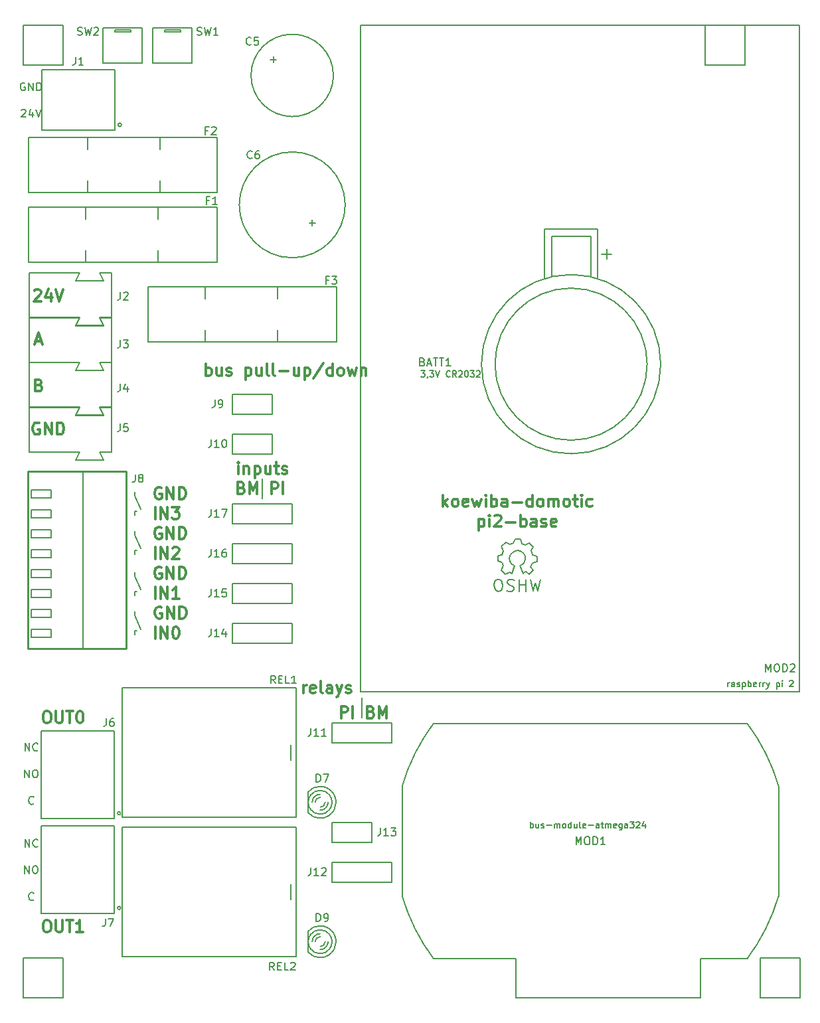
<source format=gbr>
G04 #@! TF.GenerationSoftware,KiCad,Pcbnew,5.0.0-fee4fd1~66~ubuntu16.04.1*
G04 #@! TF.CreationDate,2018-09-24T20:27:19+02:00*
G04 #@! TF.ProjectId,pi2-base,7069322D626173652E6B696361645F70,B*
G04 #@! TF.SameCoordinates,Original*
G04 #@! TF.FileFunction,Legend,Top*
G04 #@! TF.FilePolarity,Positive*
%FSLAX46Y46*%
G04 Gerber Fmt 4.6, Leading zero omitted, Abs format (unit mm)*
G04 Created by KiCad (PCBNEW 5.0.0-fee4fd1~66~ubuntu16.04.1) date Mon Sep 24 20:27:19 2018*
%MOMM*%
%LPD*%
G01*
G04 APERTURE LIST*
%ADD10C,0.300000*%
%ADD11C,0.200000*%
%ADD12C,0.375000*%
%ADD13C,0.150000*%
%ADD14C,0.250000*%
G04 APERTURE END LIST*
D10*
X99385714Y-147133571D02*
X99671428Y-147133571D01*
X99814285Y-147205000D01*
X99957142Y-147347857D01*
X100028571Y-147633571D01*
X100028571Y-148133571D01*
X99957142Y-148419285D01*
X99814285Y-148562142D01*
X99671428Y-148633571D01*
X99385714Y-148633571D01*
X99242857Y-148562142D01*
X99100000Y-148419285D01*
X99028571Y-148133571D01*
X99028571Y-147633571D01*
X99100000Y-147347857D01*
X99242857Y-147205000D01*
X99385714Y-147133571D01*
X100671428Y-147133571D02*
X100671428Y-148347857D01*
X100742857Y-148490714D01*
X100814285Y-148562142D01*
X100957142Y-148633571D01*
X101242857Y-148633571D01*
X101385714Y-148562142D01*
X101457142Y-148490714D01*
X101528571Y-148347857D01*
X101528571Y-147133571D01*
X102028571Y-147133571D02*
X102885714Y-147133571D01*
X102457142Y-148633571D02*
X102457142Y-147133571D01*
X104171428Y-148633571D02*
X103314285Y-148633571D01*
X103742857Y-148633571D02*
X103742857Y-147133571D01*
X103600000Y-147347857D01*
X103457142Y-147490714D01*
X103314285Y-147562142D01*
X99385714Y-120463571D02*
X99671428Y-120463571D01*
X99814285Y-120535000D01*
X99957142Y-120677857D01*
X100028571Y-120963571D01*
X100028571Y-121463571D01*
X99957142Y-121749285D01*
X99814285Y-121892142D01*
X99671428Y-121963571D01*
X99385714Y-121963571D01*
X99242857Y-121892142D01*
X99100000Y-121749285D01*
X99028571Y-121463571D01*
X99028571Y-120963571D01*
X99100000Y-120677857D01*
X99242857Y-120535000D01*
X99385714Y-120463571D01*
X100671428Y-120463571D02*
X100671428Y-121677857D01*
X100742857Y-121820714D01*
X100814285Y-121892142D01*
X100957142Y-121963571D01*
X101242857Y-121963571D01*
X101385714Y-121892142D01*
X101457142Y-121820714D01*
X101528571Y-121677857D01*
X101528571Y-120463571D01*
X102028571Y-120463571D02*
X102885714Y-120463571D01*
X102457142Y-121963571D02*
X102457142Y-120463571D01*
X103671428Y-120463571D02*
X103814285Y-120463571D01*
X103957142Y-120535000D01*
X104028571Y-120606428D01*
X104100000Y-120749285D01*
X104171428Y-121035000D01*
X104171428Y-121392142D01*
X104100000Y-121677857D01*
X104028571Y-121820714D01*
X103957142Y-121892142D01*
X103814285Y-121963571D01*
X103671428Y-121963571D01*
X103528571Y-121892142D01*
X103457142Y-121820714D01*
X103385714Y-121677857D01*
X103314285Y-121392142D01*
X103314285Y-121035000D01*
X103385714Y-120749285D01*
X103457142Y-120606428D01*
X103528571Y-120535000D01*
X103671428Y-120463571D01*
D11*
X139700000Y-118745000D02*
X139700000Y-121285000D01*
X96710595Y-40345000D02*
X96615357Y-40297380D01*
X96472500Y-40297380D01*
X96329642Y-40345000D01*
X96234404Y-40440238D01*
X96186785Y-40535476D01*
X96139166Y-40725952D01*
X96139166Y-40868809D01*
X96186785Y-41059285D01*
X96234404Y-41154523D01*
X96329642Y-41249761D01*
X96472500Y-41297380D01*
X96567738Y-41297380D01*
X96710595Y-41249761D01*
X96758214Y-41202142D01*
X96758214Y-40868809D01*
X96567738Y-40868809D01*
X97186785Y-41297380D02*
X97186785Y-40297380D01*
X97758214Y-41297380D01*
X97758214Y-40297380D01*
X98234404Y-41297380D02*
X98234404Y-40297380D01*
X98472500Y-40297380D01*
X98615357Y-40345000D01*
X98710595Y-40440238D01*
X98758214Y-40535476D01*
X98805833Y-40725952D01*
X98805833Y-40868809D01*
X98758214Y-41059285D01*
X98710595Y-41154523D01*
X98615357Y-41249761D01*
X98472500Y-41297380D01*
X98234404Y-41297380D01*
X96282023Y-43792619D02*
X96329642Y-43745000D01*
X96424880Y-43697380D01*
X96662976Y-43697380D01*
X96758214Y-43745000D01*
X96805833Y-43792619D01*
X96853452Y-43887857D01*
X96853452Y-43983095D01*
X96805833Y-44125952D01*
X96234404Y-44697380D01*
X96853452Y-44697380D01*
X97710595Y-44030714D02*
X97710595Y-44697380D01*
X97472500Y-43649761D02*
X97234404Y-44364047D01*
X97853452Y-44364047D01*
X98091547Y-43697380D02*
X98424880Y-44697380D01*
X98758214Y-43697380D01*
D10*
X113322142Y-111168571D02*
X113322142Y-109668571D01*
X114036428Y-111168571D02*
X114036428Y-109668571D01*
X114893571Y-111168571D01*
X114893571Y-109668571D01*
X115893571Y-109668571D02*
X116036428Y-109668571D01*
X116179285Y-109740000D01*
X116250714Y-109811428D01*
X116322142Y-109954285D01*
X116393571Y-110240000D01*
X116393571Y-110597142D01*
X116322142Y-110882857D01*
X116250714Y-111025714D01*
X116179285Y-111097142D01*
X116036428Y-111168571D01*
X115893571Y-111168571D01*
X115750714Y-111097142D01*
X115679285Y-111025714D01*
X115607857Y-110882857D01*
X115536428Y-110597142D01*
X115536428Y-110240000D01*
X115607857Y-109954285D01*
X115679285Y-109811428D01*
X115750714Y-109740000D01*
X115893571Y-109668571D01*
D12*
X114156607Y-107200000D02*
X114013750Y-107128571D01*
X113799464Y-107128571D01*
X113585178Y-107200000D01*
X113442321Y-107342857D01*
X113370892Y-107485714D01*
X113299464Y-107771428D01*
X113299464Y-107985714D01*
X113370892Y-108271428D01*
X113442321Y-108414285D01*
X113585178Y-108557142D01*
X113799464Y-108628571D01*
X113942321Y-108628571D01*
X114156607Y-108557142D01*
X114228035Y-108485714D01*
X114228035Y-107985714D01*
X113942321Y-107985714D01*
X114870892Y-108628571D02*
X114870892Y-107128571D01*
X115728035Y-108628571D01*
X115728035Y-107128571D01*
X116442321Y-108628571D02*
X116442321Y-107128571D01*
X116799464Y-107128571D01*
X117013750Y-107200000D01*
X117156607Y-107342857D01*
X117228035Y-107485714D01*
X117299464Y-107771428D01*
X117299464Y-107985714D01*
X117228035Y-108271428D01*
X117156607Y-108414285D01*
X117013750Y-108557142D01*
X116799464Y-108628571D01*
X116442321Y-108628571D01*
D10*
X113322142Y-106088571D02*
X113322142Y-104588571D01*
X114036428Y-106088571D02*
X114036428Y-104588571D01*
X114893571Y-106088571D01*
X114893571Y-104588571D01*
X116393571Y-106088571D02*
X115536428Y-106088571D01*
X115965000Y-106088571D02*
X115965000Y-104588571D01*
X115822142Y-104802857D01*
X115679285Y-104945714D01*
X115536428Y-105017142D01*
X114107857Y-102120000D02*
X113965000Y-102048571D01*
X113750714Y-102048571D01*
X113536428Y-102120000D01*
X113393571Y-102262857D01*
X113322142Y-102405714D01*
X113250714Y-102691428D01*
X113250714Y-102905714D01*
X113322142Y-103191428D01*
X113393571Y-103334285D01*
X113536428Y-103477142D01*
X113750714Y-103548571D01*
X113893571Y-103548571D01*
X114107857Y-103477142D01*
X114179285Y-103405714D01*
X114179285Y-102905714D01*
X113893571Y-102905714D01*
X114822142Y-103548571D02*
X114822142Y-102048571D01*
X115679285Y-103548571D01*
X115679285Y-102048571D01*
X116393571Y-103548571D02*
X116393571Y-102048571D01*
X116750714Y-102048571D01*
X116965000Y-102120000D01*
X117107857Y-102262857D01*
X117179285Y-102405714D01*
X117250714Y-102691428D01*
X117250714Y-102905714D01*
X117179285Y-103191428D01*
X117107857Y-103334285D01*
X116965000Y-103477142D01*
X116750714Y-103548571D01*
X116393571Y-103548571D01*
X113322142Y-101008571D02*
X113322142Y-99508571D01*
X114036428Y-101008571D02*
X114036428Y-99508571D01*
X114893571Y-101008571D01*
X114893571Y-99508571D01*
X115536428Y-99651428D02*
X115607857Y-99580000D01*
X115750714Y-99508571D01*
X116107857Y-99508571D01*
X116250714Y-99580000D01*
X116322142Y-99651428D01*
X116393571Y-99794285D01*
X116393571Y-99937142D01*
X116322142Y-100151428D01*
X115465000Y-101008571D01*
X116393571Y-101008571D01*
X114107857Y-97040000D02*
X113965000Y-96968571D01*
X113750714Y-96968571D01*
X113536428Y-97040000D01*
X113393571Y-97182857D01*
X113322142Y-97325714D01*
X113250714Y-97611428D01*
X113250714Y-97825714D01*
X113322142Y-98111428D01*
X113393571Y-98254285D01*
X113536428Y-98397142D01*
X113750714Y-98468571D01*
X113893571Y-98468571D01*
X114107857Y-98397142D01*
X114179285Y-98325714D01*
X114179285Y-97825714D01*
X113893571Y-97825714D01*
X114822142Y-98468571D02*
X114822142Y-96968571D01*
X115679285Y-98468571D01*
X115679285Y-96968571D01*
X116393571Y-98468571D02*
X116393571Y-96968571D01*
X116750714Y-96968571D01*
X116965000Y-97040000D01*
X117107857Y-97182857D01*
X117179285Y-97325714D01*
X117250714Y-97611428D01*
X117250714Y-97825714D01*
X117179285Y-98111428D01*
X117107857Y-98254285D01*
X116965000Y-98397142D01*
X116750714Y-98468571D01*
X116393571Y-98468571D01*
X113322142Y-95928571D02*
X113322142Y-94428571D01*
X114036428Y-95928571D02*
X114036428Y-94428571D01*
X114893571Y-95928571D01*
X114893571Y-94428571D01*
X115465000Y-94428571D02*
X116393571Y-94428571D01*
X115893571Y-95000000D01*
X116107857Y-95000000D01*
X116250714Y-95071428D01*
X116322142Y-95142857D01*
X116393571Y-95285714D01*
X116393571Y-95642857D01*
X116322142Y-95785714D01*
X116250714Y-95857142D01*
X116107857Y-95928571D01*
X115679285Y-95928571D01*
X115536428Y-95857142D01*
X115465000Y-95785714D01*
X114107857Y-91980000D02*
X113965000Y-91908571D01*
X113750714Y-91908571D01*
X113536428Y-91980000D01*
X113393571Y-92122857D01*
X113322142Y-92265714D01*
X113250714Y-92551428D01*
X113250714Y-92765714D01*
X113322142Y-93051428D01*
X113393571Y-93194285D01*
X113536428Y-93337142D01*
X113750714Y-93408571D01*
X113893571Y-93408571D01*
X114107857Y-93337142D01*
X114179285Y-93265714D01*
X114179285Y-92765714D01*
X113893571Y-92765714D01*
X114822142Y-93408571D02*
X114822142Y-91908571D01*
X115679285Y-93408571D01*
X115679285Y-91908571D01*
X116393571Y-93408571D02*
X116393571Y-91908571D01*
X116750714Y-91908571D01*
X116965000Y-91980000D01*
X117107857Y-92122857D01*
X117179285Y-92265714D01*
X117250714Y-92551428D01*
X117250714Y-92765714D01*
X117179285Y-93051428D01*
X117107857Y-93194285D01*
X116965000Y-93337142D01*
X116750714Y-93408571D01*
X116393571Y-93408571D01*
D11*
X111020000Y-110230000D02*
X110770000Y-110230000D01*
X110770000Y-107730000D02*
X110770000Y-108230000D01*
X110770000Y-108230000D02*
X111520000Y-109980000D01*
X110770000Y-110230000D02*
X110770000Y-110730000D01*
X111020000Y-105230000D02*
X110770000Y-105230000D01*
X110770000Y-102730000D02*
X110770000Y-103230000D01*
X110770000Y-103230000D02*
X111520000Y-104980000D01*
X110770000Y-105230000D02*
X110770000Y-105730000D01*
X111020000Y-99980000D02*
X110770000Y-99980000D01*
X110770000Y-97480000D02*
X110770000Y-97980000D01*
X110770000Y-97980000D02*
X111520000Y-99730000D01*
X110770000Y-99980000D02*
X110770000Y-100480000D01*
X110770000Y-94980000D02*
X110770000Y-95480000D01*
X111020000Y-94980000D02*
X110770000Y-94980000D01*
X110770000Y-92980000D02*
X111520000Y-94730000D01*
X110770000Y-92480000D02*
X110770000Y-92980000D01*
X96734285Y-137782380D02*
X96734285Y-136782380D01*
X97305714Y-137782380D01*
X97305714Y-136782380D01*
X98353333Y-137687142D02*
X98305714Y-137734761D01*
X98162857Y-137782380D01*
X98067619Y-137782380D01*
X97924761Y-137734761D01*
X97829523Y-137639523D01*
X97781904Y-137544285D01*
X97734285Y-137353809D01*
X97734285Y-137210952D01*
X97781904Y-137020476D01*
X97829523Y-136925238D01*
X97924761Y-136830000D01*
X98067619Y-136782380D01*
X98162857Y-136782380D01*
X98305714Y-136830000D01*
X98353333Y-136877619D01*
X96710476Y-141182380D02*
X96710476Y-140182380D01*
X97281904Y-141182380D01*
X97281904Y-140182380D01*
X97948571Y-140182380D02*
X98139047Y-140182380D01*
X98234285Y-140230000D01*
X98329523Y-140325238D01*
X98377142Y-140515714D01*
X98377142Y-140849047D01*
X98329523Y-141039523D01*
X98234285Y-141134761D01*
X98139047Y-141182380D01*
X97948571Y-141182380D01*
X97853333Y-141134761D01*
X97758095Y-141039523D01*
X97710476Y-140849047D01*
X97710476Y-140515714D01*
X97758095Y-140325238D01*
X97853333Y-140230000D01*
X97948571Y-140182380D01*
X97829523Y-144487142D02*
X97781904Y-144534761D01*
X97639047Y-144582380D01*
X97543809Y-144582380D01*
X97400952Y-144534761D01*
X97305714Y-144439523D01*
X97258095Y-144344285D01*
X97210476Y-144153809D01*
X97210476Y-144010952D01*
X97258095Y-143820476D01*
X97305714Y-143725238D01*
X97400952Y-143630000D01*
X97543809Y-143582380D01*
X97639047Y-143582380D01*
X97781904Y-143630000D01*
X97829523Y-143677619D01*
X96734285Y-125532380D02*
X96734285Y-124532380D01*
X97305714Y-125532380D01*
X97305714Y-124532380D01*
X98353333Y-125437142D02*
X98305714Y-125484761D01*
X98162857Y-125532380D01*
X98067619Y-125532380D01*
X97924761Y-125484761D01*
X97829523Y-125389523D01*
X97781904Y-125294285D01*
X97734285Y-125103809D01*
X97734285Y-124960952D01*
X97781904Y-124770476D01*
X97829523Y-124675238D01*
X97924761Y-124580000D01*
X98067619Y-124532380D01*
X98162857Y-124532380D01*
X98305714Y-124580000D01*
X98353333Y-124627619D01*
X96710476Y-128932380D02*
X96710476Y-127932380D01*
X97281904Y-128932380D01*
X97281904Y-127932380D01*
X97948571Y-127932380D02*
X98139047Y-127932380D01*
X98234285Y-127980000D01*
X98329523Y-128075238D01*
X98377142Y-128265714D01*
X98377142Y-128599047D01*
X98329523Y-128789523D01*
X98234285Y-128884761D01*
X98139047Y-128932380D01*
X97948571Y-128932380D01*
X97853333Y-128884761D01*
X97758095Y-128789523D01*
X97710476Y-128599047D01*
X97710476Y-128265714D01*
X97758095Y-128075238D01*
X97853333Y-127980000D01*
X97948571Y-127932380D01*
X97829523Y-132237142D02*
X97781904Y-132284761D01*
X97639047Y-132332380D01*
X97543809Y-132332380D01*
X97400952Y-132284761D01*
X97305714Y-132189523D01*
X97258095Y-132094285D01*
X97210476Y-131903809D01*
X97210476Y-131760952D01*
X97258095Y-131570476D01*
X97305714Y-131475238D01*
X97400952Y-131380000D01*
X97543809Y-131332380D01*
X97639047Y-131332380D01*
X97781904Y-131380000D01*
X97829523Y-131427619D01*
D10*
X98552142Y-83730000D02*
X98409285Y-83658571D01*
X98195000Y-83658571D01*
X97980714Y-83730000D01*
X97837857Y-83872857D01*
X97766428Y-84015714D01*
X97695000Y-84301428D01*
X97695000Y-84515714D01*
X97766428Y-84801428D01*
X97837857Y-84944285D01*
X97980714Y-85087142D01*
X98195000Y-85158571D01*
X98337857Y-85158571D01*
X98552142Y-85087142D01*
X98623571Y-85015714D01*
X98623571Y-84515714D01*
X98337857Y-84515714D01*
X99266428Y-85158571D02*
X99266428Y-83658571D01*
X100123571Y-85158571D01*
X100123571Y-83658571D01*
X100837857Y-85158571D02*
X100837857Y-83658571D01*
X101195000Y-83658571D01*
X101409285Y-83730000D01*
X101552142Y-83872857D01*
X101623571Y-84015714D01*
X101695000Y-84301428D01*
X101695000Y-84515714D01*
X101623571Y-84801428D01*
X101552142Y-84944285D01*
X101409285Y-85087142D01*
X101195000Y-85158571D01*
X100837857Y-85158571D01*
X98532142Y-78872857D02*
X98746428Y-78944285D01*
X98817857Y-79015714D01*
X98889285Y-79158571D01*
X98889285Y-79372857D01*
X98817857Y-79515714D01*
X98746428Y-79587142D01*
X98603571Y-79658571D01*
X98032142Y-79658571D01*
X98032142Y-78158571D01*
X98532142Y-78158571D01*
X98675000Y-78230000D01*
X98746428Y-78301428D01*
X98817857Y-78444285D01*
X98817857Y-78587142D01*
X98746428Y-78730000D01*
X98675000Y-78801428D01*
X98532142Y-78872857D01*
X98032142Y-78872857D01*
X98067857Y-73275000D02*
X98782142Y-73275000D01*
X97925000Y-73703571D02*
X98425000Y-72203571D01*
X98925000Y-73703571D01*
X97909285Y-66801428D02*
X97980714Y-66730000D01*
X98123571Y-66658571D01*
X98480714Y-66658571D01*
X98623571Y-66730000D01*
X98695000Y-66801428D01*
X98766428Y-66944285D01*
X98766428Y-67087142D01*
X98695000Y-67301428D01*
X97837857Y-68158571D01*
X98766428Y-68158571D01*
X100052142Y-67158571D02*
X100052142Y-68158571D01*
X99695000Y-66587142D02*
X99337857Y-67658571D01*
X100266428Y-67658571D01*
X100623571Y-66658571D02*
X101123571Y-68158571D01*
X101623571Y-66658571D01*
D13*
X147210476Y-77041904D02*
X147705714Y-77041904D01*
X147439047Y-77346666D01*
X147553333Y-77346666D01*
X147629523Y-77384761D01*
X147667619Y-77422857D01*
X147705714Y-77499047D01*
X147705714Y-77689523D01*
X147667619Y-77765714D01*
X147629523Y-77803809D01*
X147553333Y-77841904D01*
X147324761Y-77841904D01*
X147248571Y-77803809D01*
X147210476Y-77765714D01*
X148086666Y-77803809D02*
X148086666Y-77841904D01*
X148048571Y-77918095D01*
X148010476Y-77956190D01*
X148353333Y-77041904D02*
X148848571Y-77041904D01*
X148581904Y-77346666D01*
X148696190Y-77346666D01*
X148772380Y-77384761D01*
X148810476Y-77422857D01*
X148848571Y-77499047D01*
X148848571Y-77689523D01*
X148810476Y-77765714D01*
X148772380Y-77803809D01*
X148696190Y-77841904D01*
X148467619Y-77841904D01*
X148391428Y-77803809D01*
X148353333Y-77765714D01*
X149077142Y-77041904D02*
X149343809Y-77841904D01*
X149610476Y-77041904D01*
X150943809Y-77765714D02*
X150905714Y-77803809D01*
X150791428Y-77841904D01*
X150715238Y-77841904D01*
X150600952Y-77803809D01*
X150524761Y-77727619D01*
X150486666Y-77651428D01*
X150448571Y-77499047D01*
X150448571Y-77384761D01*
X150486666Y-77232380D01*
X150524761Y-77156190D01*
X150600952Y-77080000D01*
X150715238Y-77041904D01*
X150791428Y-77041904D01*
X150905714Y-77080000D01*
X150943809Y-77118095D01*
X151743809Y-77841904D02*
X151477142Y-77460952D01*
X151286666Y-77841904D02*
X151286666Y-77041904D01*
X151591428Y-77041904D01*
X151667619Y-77080000D01*
X151705714Y-77118095D01*
X151743809Y-77194285D01*
X151743809Y-77308571D01*
X151705714Y-77384761D01*
X151667619Y-77422857D01*
X151591428Y-77460952D01*
X151286666Y-77460952D01*
X152048571Y-77118095D02*
X152086666Y-77080000D01*
X152162857Y-77041904D01*
X152353333Y-77041904D01*
X152429523Y-77080000D01*
X152467619Y-77118095D01*
X152505714Y-77194285D01*
X152505714Y-77270476D01*
X152467619Y-77384761D01*
X152010476Y-77841904D01*
X152505714Y-77841904D01*
X153000952Y-77041904D02*
X153077142Y-77041904D01*
X153153333Y-77080000D01*
X153191428Y-77118095D01*
X153229523Y-77194285D01*
X153267619Y-77346666D01*
X153267619Y-77537142D01*
X153229523Y-77689523D01*
X153191428Y-77765714D01*
X153153333Y-77803809D01*
X153077142Y-77841904D01*
X153000952Y-77841904D01*
X152924761Y-77803809D01*
X152886666Y-77765714D01*
X152848571Y-77689523D01*
X152810476Y-77537142D01*
X152810476Y-77346666D01*
X152848571Y-77194285D01*
X152886666Y-77118095D01*
X152924761Y-77080000D01*
X153000952Y-77041904D01*
X153534285Y-77041904D02*
X154029523Y-77041904D01*
X153762857Y-77346666D01*
X153877142Y-77346666D01*
X153953333Y-77384761D01*
X153991428Y-77422857D01*
X154029523Y-77499047D01*
X154029523Y-77689523D01*
X153991428Y-77765714D01*
X153953333Y-77803809D01*
X153877142Y-77841904D01*
X153648571Y-77841904D01*
X153572380Y-77803809D01*
X153534285Y-77765714D01*
X154334285Y-77118095D02*
X154372380Y-77080000D01*
X154448571Y-77041904D01*
X154639047Y-77041904D01*
X154715238Y-77080000D01*
X154753333Y-77118095D01*
X154791428Y-77194285D01*
X154791428Y-77270476D01*
X154753333Y-77384761D01*
X154296190Y-77841904D01*
X154791428Y-77841904D01*
X186367619Y-117341904D02*
X186367619Y-116808571D01*
X186367619Y-116960952D02*
X186405714Y-116884761D01*
X186443809Y-116846666D01*
X186520000Y-116808571D01*
X186596190Y-116808571D01*
X187205714Y-117341904D02*
X187205714Y-116922857D01*
X187167619Y-116846666D01*
X187091428Y-116808571D01*
X186939047Y-116808571D01*
X186862857Y-116846666D01*
X187205714Y-117303809D02*
X187129523Y-117341904D01*
X186939047Y-117341904D01*
X186862857Y-117303809D01*
X186824761Y-117227619D01*
X186824761Y-117151428D01*
X186862857Y-117075238D01*
X186939047Y-117037142D01*
X187129523Y-117037142D01*
X187205714Y-116999047D01*
X187548571Y-117303809D02*
X187624761Y-117341904D01*
X187777142Y-117341904D01*
X187853333Y-117303809D01*
X187891428Y-117227619D01*
X187891428Y-117189523D01*
X187853333Y-117113333D01*
X187777142Y-117075238D01*
X187662857Y-117075238D01*
X187586666Y-117037142D01*
X187548571Y-116960952D01*
X187548571Y-116922857D01*
X187586666Y-116846666D01*
X187662857Y-116808571D01*
X187777142Y-116808571D01*
X187853333Y-116846666D01*
X188234285Y-116808571D02*
X188234285Y-117608571D01*
X188234285Y-116846666D02*
X188310476Y-116808571D01*
X188462857Y-116808571D01*
X188539047Y-116846666D01*
X188577142Y-116884761D01*
X188615238Y-116960952D01*
X188615238Y-117189523D01*
X188577142Y-117265714D01*
X188539047Y-117303809D01*
X188462857Y-117341904D01*
X188310476Y-117341904D01*
X188234285Y-117303809D01*
X188958095Y-117341904D02*
X188958095Y-116541904D01*
X188958095Y-116846666D02*
X189034285Y-116808571D01*
X189186666Y-116808571D01*
X189262857Y-116846666D01*
X189300952Y-116884761D01*
X189339047Y-116960952D01*
X189339047Y-117189523D01*
X189300952Y-117265714D01*
X189262857Y-117303809D01*
X189186666Y-117341904D01*
X189034285Y-117341904D01*
X188958095Y-117303809D01*
X189986666Y-117303809D02*
X189910476Y-117341904D01*
X189758095Y-117341904D01*
X189681904Y-117303809D01*
X189643809Y-117227619D01*
X189643809Y-116922857D01*
X189681904Y-116846666D01*
X189758095Y-116808571D01*
X189910476Y-116808571D01*
X189986666Y-116846666D01*
X190024761Y-116922857D01*
X190024761Y-116999047D01*
X189643809Y-117075238D01*
X190367619Y-117341904D02*
X190367619Y-116808571D01*
X190367619Y-116960952D02*
X190405714Y-116884761D01*
X190443809Y-116846666D01*
X190520000Y-116808571D01*
X190596190Y-116808571D01*
X190862857Y-117341904D02*
X190862857Y-116808571D01*
X190862857Y-116960952D02*
X190900952Y-116884761D01*
X190939047Y-116846666D01*
X191015238Y-116808571D01*
X191091428Y-116808571D01*
X191281904Y-116808571D02*
X191472380Y-117341904D01*
X191662857Y-116808571D02*
X191472380Y-117341904D01*
X191396190Y-117532380D01*
X191358095Y-117570476D01*
X191281904Y-117608571D01*
X192577142Y-116808571D02*
X192577142Y-117608571D01*
X192577142Y-116846666D02*
X192653333Y-116808571D01*
X192805714Y-116808571D01*
X192881904Y-116846666D01*
X192920000Y-116884761D01*
X192958095Y-116960952D01*
X192958095Y-117189523D01*
X192920000Y-117265714D01*
X192881904Y-117303809D01*
X192805714Y-117341904D01*
X192653333Y-117341904D01*
X192577142Y-117303809D01*
X193300952Y-117341904D02*
X193300952Y-116808571D01*
X193300952Y-116541904D02*
X193262857Y-116580000D01*
X193300952Y-116618095D01*
X193339047Y-116580000D01*
X193300952Y-116541904D01*
X193300952Y-116618095D01*
X194253333Y-116618095D02*
X194291428Y-116580000D01*
X194367619Y-116541904D01*
X194558095Y-116541904D01*
X194634285Y-116580000D01*
X194672380Y-116618095D01*
X194710476Y-116694285D01*
X194710476Y-116770476D01*
X194672380Y-116884761D01*
X194215238Y-117341904D01*
X194710476Y-117341904D01*
X161167619Y-135341904D02*
X161167619Y-134541904D01*
X161167619Y-134846666D02*
X161243809Y-134808571D01*
X161396190Y-134808571D01*
X161472380Y-134846666D01*
X161510476Y-134884761D01*
X161548571Y-134960952D01*
X161548571Y-135189523D01*
X161510476Y-135265714D01*
X161472380Y-135303809D01*
X161396190Y-135341904D01*
X161243809Y-135341904D01*
X161167619Y-135303809D01*
X162234285Y-134808571D02*
X162234285Y-135341904D01*
X161891428Y-134808571D02*
X161891428Y-135227619D01*
X161929523Y-135303809D01*
X162005714Y-135341904D01*
X162120000Y-135341904D01*
X162196190Y-135303809D01*
X162234285Y-135265714D01*
X162577142Y-135303809D02*
X162653333Y-135341904D01*
X162805714Y-135341904D01*
X162881904Y-135303809D01*
X162920000Y-135227619D01*
X162920000Y-135189523D01*
X162881904Y-135113333D01*
X162805714Y-135075238D01*
X162691428Y-135075238D01*
X162615238Y-135037142D01*
X162577142Y-134960952D01*
X162577142Y-134922857D01*
X162615238Y-134846666D01*
X162691428Y-134808571D01*
X162805714Y-134808571D01*
X162881904Y-134846666D01*
X163262857Y-135037142D02*
X163872380Y-135037142D01*
X164253333Y-135341904D02*
X164253333Y-134808571D01*
X164253333Y-134884761D02*
X164291428Y-134846666D01*
X164367619Y-134808571D01*
X164481904Y-134808571D01*
X164558095Y-134846666D01*
X164596190Y-134922857D01*
X164596190Y-135341904D01*
X164596190Y-134922857D02*
X164634285Y-134846666D01*
X164710476Y-134808571D01*
X164824761Y-134808571D01*
X164900952Y-134846666D01*
X164939047Y-134922857D01*
X164939047Y-135341904D01*
X165434285Y-135341904D02*
X165358095Y-135303809D01*
X165320000Y-135265714D01*
X165281904Y-135189523D01*
X165281904Y-134960952D01*
X165320000Y-134884761D01*
X165358095Y-134846666D01*
X165434285Y-134808571D01*
X165548571Y-134808571D01*
X165624761Y-134846666D01*
X165662857Y-134884761D01*
X165700952Y-134960952D01*
X165700952Y-135189523D01*
X165662857Y-135265714D01*
X165624761Y-135303809D01*
X165548571Y-135341904D01*
X165434285Y-135341904D01*
X166386666Y-135341904D02*
X166386666Y-134541904D01*
X166386666Y-135303809D02*
X166310476Y-135341904D01*
X166158095Y-135341904D01*
X166081904Y-135303809D01*
X166043809Y-135265714D01*
X166005714Y-135189523D01*
X166005714Y-134960952D01*
X166043809Y-134884761D01*
X166081904Y-134846666D01*
X166158095Y-134808571D01*
X166310476Y-134808571D01*
X166386666Y-134846666D01*
X167110476Y-134808571D02*
X167110476Y-135341904D01*
X166767619Y-134808571D02*
X166767619Y-135227619D01*
X166805714Y-135303809D01*
X166881904Y-135341904D01*
X166996190Y-135341904D01*
X167072380Y-135303809D01*
X167110476Y-135265714D01*
X167605714Y-135341904D02*
X167529523Y-135303809D01*
X167491428Y-135227619D01*
X167491428Y-134541904D01*
X168215238Y-135303809D02*
X168139047Y-135341904D01*
X167986666Y-135341904D01*
X167910476Y-135303809D01*
X167872380Y-135227619D01*
X167872380Y-134922857D01*
X167910476Y-134846666D01*
X167986666Y-134808571D01*
X168139047Y-134808571D01*
X168215238Y-134846666D01*
X168253333Y-134922857D01*
X168253333Y-134999047D01*
X167872380Y-135075238D01*
X168596190Y-135037142D02*
X169205714Y-135037142D01*
X169929523Y-135341904D02*
X169929523Y-134922857D01*
X169891428Y-134846666D01*
X169815238Y-134808571D01*
X169662857Y-134808571D01*
X169586666Y-134846666D01*
X169929523Y-135303809D02*
X169853333Y-135341904D01*
X169662857Y-135341904D01*
X169586666Y-135303809D01*
X169548571Y-135227619D01*
X169548571Y-135151428D01*
X169586666Y-135075238D01*
X169662857Y-135037142D01*
X169853333Y-135037142D01*
X169929523Y-134999047D01*
X170196190Y-134808571D02*
X170500952Y-134808571D01*
X170310476Y-134541904D02*
X170310476Y-135227619D01*
X170348571Y-135303809D01*
X170424761Y-135341904D01*
X170500952Y-135341904D01*
X170767619Y-135341904D02*
X170767619Y-134808571D01*
X170767619Y-134884761D02*
X170805714Y-134846666D01*
X170881904Y-134808571D01*
X170996190Y-134808571D01*
X171072380Y-134846666D01*
X171110476Y-134922857D01*
X171110476Y-135341904D01*
X171110476Y-134922857D02*
X171148571Y-134846666D01*
X171224761Y-134808571D01*
X171339047Y-134808571D01*
X171415238Y-134846666D01*
X171453333Y-134922857D01*
X171453333Y-135341904D01*
X172139047Y-135303809D02*
X172062857Y-135341904D01*
X171910476Y-135341904D01*
X171834285Y-135303809D01*
X171796190Y-135227619D01*
X171796190Y-134922857D01*
X171834285Y-134846666D01*
X171910476Y-134808571D01*
X172062857Y-134808571D01*
X172139047Y-134846666D01*
X172177142Y-134922857D01*
X172177142Y-134999047D01*
X171796190Y-135075238D01*
X172862857Y-134808571D02*
X172862857Y-135456190D01*
X172824761Y-135532380D01*
X172786666Y-135570476D01*
X172710476Y-135608571D01*
X172596190Y-135608571D01*
X172520000Y-135570476D01*
X172862857Y-135303809D02*
X172786666Y-135341904D01*
X172634285Y-135341904D01*
X172558095Y-135303809D01*
X172520000Y-135265714D01*
X172481904Y-135189523D01*
X172481904Y-134960952D01*
X172520000Y-134884761D01*
X172558095Y-134846666D01*
X172634285Y-134808571D01*
X172786666Y-134808571D01*
X172862857Y-134846666D01*
X173586666Y-135341904D02*
X173586666Y-134922857D01*
X173548571Y-134846666D01*
X173472380Y-134808571D01*
X173320000Y-134808571D01*
X173243809Y-134846666D01*
X173586666Y-135303809D02*
X173510476Y-135341904D01*
X173320000Y-135341904D01*
X173243809Y-135303809D01*
X173205714Y-135227619D01*
X173205714Y-135151428D01*
X173243809Y-135075238D01*
X173320000Y-135037142D01*
X173510476Y-135037142D01*
X173586666Y-134999047D01*
X173891428Y-134541904D02*
X174386666Y-134541904D01*
X174120000Y-134846666D01*
X174234285Y-134846666D01*
X174310476Y-134884761D01*
X174348571Y-134922857D01*
X174386666Y-134999047D01*
X174386666Y-135189523D01*
X174348571Y-135265714D01*
X174310476Y-135303809D01*
X174234285Y-135341904D01*
X174005714Y-135341904D01*
X173929523Y-135303809D01*
X173891428Y-135265714D01*
X174691428Y-134618095D02*
X174729523Y-134580000D01*
X174805714Y-134541904D01*
X174996190Y-134541904D01*
X175072380Y-134580000D01*
X175110476Y-134618095D01*
X175148571Y-134694285D01*
X175148571Y-134770476D01*
X175110476Y-134884761D01*
X174653333Y-135341904D01*
X175148571Y-135341904D01*
X175834285Y-134808571D02*
X175834285Y-135341904D01*
X175643809Y-134503809D02*
X175453333Y-135075238D01*
X175948571Y-135075238D01*
D10*
X150055714Y-94383571D02*
X150055714Y-92883571D01*
X150198571Y-93812142D02*
X150627142Y-94383571D01*
X150627142Y-93383571D02*
X150055714Y-93955000D01*
X151484285Y-94383571D02*
X151341428Y-94312142D01*
X151270000Y-94240714D01*
X151198571Y-94097857D01*
X151198571Y-93669285D01*
X151270000Y-93526428D01*
X151341428Y-93455000D01*
X151484285Y-93383571D01*
X151698571Y-93383571D01*
X151841428Y-93455000D01*
X151912857Y-93526428D01*
X151984285Y-93669285D01*
X151984285Y-94097857D01*
X151912857Y-94240714D01*
X151841428Y-94312142D01*
X151698571Y-94383571D01*
X151484285Y-94383571D01*
X153198571Y-94312142D02*
X153055714Y-94383571D01*
X152770000Y-94383571D01*
X152627142Y-94312142D01*
X152555714Y-94169285D01*
X152555714Y-93597857D01*
X152627142Y-93455000D01*
X152770000Y-93383571D01*
X153055714Y-93383571D01*
X153198571Y-93455000D01*
X153270000Y-93597857D01*
X153270000Y-93740714D01*
X152555714Y-93883571D01*
X153770000Y-93383571D02*
X154055714Y-94383571D01*
X154341428Y-93669285D01*
X154627142Y-94383571D01*
X154912857Y-93383571D01*
X155484285Y-94383571D02*
X155484285Y-93383571D01*
X155484285Y-92883571D02*
X155412857Y-92955000D01*
X155484285Y-93026428D01*
X155555714Y-92955000D01*
X155484285Y-92883571D01*
X155484285Y-93026428D01*
X156198571Y-94383571D02*
X156198571Y-92883571D01*
X156198571Y-93455000D02*
X156341428Y-93383571D01*
X156627142Y-93383571D01*
X156770000Y-93455000D01*
X156841428Y-93526428D01*
X156912857Y-93669285D01*
X156912857Y-94097857D01*
X156841428Y-94240714D01*
X156770000Y-94312142D01*
X156627142Y-94383571D01*
X156341428Y-94383571D01*
X156198571Y-94312142D01*
X158198571Y-94383571D02*
X158198571Y-93597857D01*
X158127142Y-93455000D01*
X157984285Y-93383571D01*
X157698571Y-93383571D01*
X157555714Y-93455000D01*
X158198571Y-94312142D02*
X158055714Y-94383571D01*
X157698571Y-94383571D01*
X157555714Y-94312142D01*
X157484285Y-94169285D01*
X157484285Y-94026428D01*
X157555714Y-93883571D01*
X157698571Y-93812142D01*
X158055714Y-93812142D01*
X158198571Y-93740714D01*
X158912857Y-93812142D02*
X160055714Y-93812142D01*
X161412857Y-94383571D02*
X161412857Y-92883571D01*
X161412857Y-94312142D02*
X161270000Y-94383571D01*
X160984285Y-94383571D01*
X160841428Y-94312142D01*
X160770000Y-94240714D01*
X160698571Y-94097857D01*
X160698571Y-93669285D01*
X160770000Y-93526428D01*
X160841428Y-93455000D01*
X160984285Y-93383571D01*
X161270000Y-93383571D01*
X161412857Y-93455000D01*
X162341428Y-94383571D02*
X162198571Y-94312142D01*
X162127142Y-94240714D01*
X162055714Y-94097857D01*
X162055714Y-93669285D01*
X162127142Y-93526428D01*
X162198571Y-93455000D01*
X162341428Y-93383571D01*
X162555714Y-93383571D01*
X162698571Y-93455000D01*
X162770000Y-93526428D01*
X162841428Y-93669285D01*
X162841428Y-94097857D01*
X162770000Y-94240714D01*
X162698571Y-94312142D01*
X162555714Y-94383571D01*
X162341428Y-94383571D01*
X163484285Y-94383571D02*
X163484285Y-93383571D01*
X163484285Y-93526428D02*
X163555714Y-93455000D01*
X163698571Y-93383571D01*
X163912857Y-93383571D01*
X164055714Y-93455000D01*
X164127142Y-93597857D01*
X164127142Y-94383571D01*
X164127142Y-93597857D02*
X164198571Y-93455000D01*
X164341428Y-93383571D01*
X164555714Y-93383571D01*
X164698571Y-93455000D01*
X164770000Y-93597857D01*
X164770000Y-94383571D01*
X165698571Y-94383571D02*
X165555714Y-94312142D01*
X165484285Y-94240714D01*
X165412857Y-94097857D01*
X165412857Y-93669285D01*
X165484285Y-93526428D01*
X165555714Y-93455000D01*
X165698571Y-93383571D01*
X165912857Y-93383571D01*
X166055714Y-93455000D01*
X166127142Y-93526428D01*
X166198571Y-93669285D01*
X166198571Y-94097857D01*
X166127142Y-94240714D01*
X166055714Y-94312142D01*
X165912857Y-94383571D01*
X165698571Y-94383571D01*
X166627142Y-93383571D02*
X167198571Y-93383571D01*
X166841428Y-92883571D02*
X166841428Y-94169285D01*
X166912857Y-94312142D01*
X167055714Y-94383571D01*
X167198571Y-94383571D01*
X167698571Y-94383571D02*
X167698571Y-93383571D01*
X167698571Y-92883571D02*
X167627142Y-92955000D01*
X167698571Y-93026428D01*
X167770000Y-92955000D01*
X167698571Y-92883571D01*
X167698571Y-93026428D01*
X169055714Y-94312142D02*
X168912857Y-94383571D01*
X168627142Y-94383571D01*
X168484285Y-94312142D01*
X168412857Y-94240714D01*
X168341428Y-94097857D01*
X168341428Y-93669285D01*
X168412857Y-93526428D01*
X168484285Y-93455000D01*
X168627142Y-93383571D01*
X168912857Y-93383571D01*
X169055714Y-93455000D01*
X154591428Y-95933571D02*
X154591428Y-97433571D01*
X154591428Y-96005000D02*
X154734285Y-95933571D01*
X155020000Y-95933571D01*
X155162857Y-96005000D01*
X155234285Y-96076428D01*
X155305714Y-96219285D01*
X155305714Y-96647857D01*
X155234285Y-96790714D01*
X155162857Y-96862142D01*
X155020000Y-96933571D01*
X154734285Y-96933571D01*
X154591428Y-96862142D01*
X155948571Y-96933571D02*
X155948571Y-95933571D01*
X155948571Y-95433571D02*
X155877142Y-95505000D01*
X155948571Y-95576428D01*
X156020000Y-95505000D01*
X155948571Y-95433571D01*
X155948571Y-95576428D01*
X156591428Y-95576428D02*
X156662857Y-95505000D01*
X156805714Y-95433571D01*
X157162857Y-95433571D01*
X157305714Y-95505000D01*
X157377142Y-95576428D01*
X157448571Y-95719285D01*
X157448571Y-95862142D01*
X157377142Y-96076428D01*
X156520000Y-96933571D01*
X157448571Y-96933571D01*
X158091428Y-96362142D02*
X159234285Y-96362142D01*
X159948571Y-96933571D02*
X159948571Y-95433571D01*
X159948571Y-96005000D02*
X160091428Y-95933571D01*
X160377142Y-95933571D01*
X160520000Y-96005000D01*
X160591428Y-96076428D01*
X160662857Y-96219285D01*
X160662857Y-96647857D01*
X160591428Y-96790714D01*
X160520000Y-96862142D01*
X160377142Y-96933571D01*
X160091428Y-96933571D01*
X159948571Y-96862142D01*
X161948571Y-96933571D02*
X161948571Y-96147857D01*
X161877142Y-96005000D01*
X161734285Y-95933571D01*
X161448571Y-95933571D01*
X161305714Y-96005000D01*
X161948571Y-96862142D02*
X161805714Y-96933571D01*
X161448571Y-96933571D01*
X161305714Y-96862142D01*
X161234285Y-96719285D01*
X161234285Y-96576428D01*
X161305714Y-96433571D01*
X161448571Y-96362142D01*
X161805714Y-96362142D01*
X161948571Y-96290714D01*
X162591428Y-96862142D02*
X162734285Y-96933571D01*
X163020000Y-96933571D01*
X163162857Y-96862142D01*
X163234285Y-96719285D01*
X163234285Y-96647857D01*
X163162857Y-96505000D01*
X163020000Y-96433571D01*
X162805714Y-96433571D01*
X162662857Y-96362142D01*
X162591428Y-96219285D01*
X162591428Y-96147857D01*
X162662857Y-96005000D01*
X162805714Y-95933571D01*
X163020000Y-95933571D01*
X163162857Y-96005000D01*
X164448571Y-96862142D02*
X164305714Y-96933571D01*
X164020000Y-96933571D01*
X163877142Y-96862142D01*
X163805714Y-96719285D01*
X163805714Y-96147857D01*
X163877142Y-96005000D01*
X164020000Y-95933571D01*
X164305714Y-95933571D01*
X164448571Y-96005000D01*
X164520000Y-96147857D01*
X164520000Y-96290714D01*
X163805714Y-96433571D01*
X140855000Y-120542857D02*
X141069285Y-120614285D01*
X141140714Y-120685714D01*
X141212142Y-120828571D01*
X141212142Y-121042857D01*
X141140714Y-121185714D01*
X141069285Y-121257142D01*
X140926428Y-121328571D01*
X140355000Y-121328571D01*
X140355000Y-119828571D01*
X140855000Y-119828571D01*
X140997857Y-119900000D01*
X141069285Y-119971428D01*
X141140714Y-120114285D01*
X141140714Y-120257142D01*
X141069285Y-120400000D01*
X140997857Y-120471428D01*
X140855000Y-120542857D01*
X140355000Y-120542857D01*
X141855000Y-121328571D02*
X141855000Y-119828571D01*
X142355000Y-120900000D01*
X142855000Y-119828571D01*
X142855000Y-121328571D01*
X137045000Y-121328571D02*
X137045000Y-119828571D01*
X137616428Y-119828571D01*
X137759285Y-119900000D01*
X137830714Y-119971428D01*
X137902142Y-120114285D01*
X137902142Y-120328571D01*
X137830714Y-120471428D01*
X137759285Y-120542857D01*
X137616428Y-120614285D01*
X137045000Y-120614285D01*
X138545000Y-121328571D02*
X138545000Y-119828571D01*
X132255000Y-118153571D02*
X132255000Y-117153571D01*
X132255000Y-117439285D02*
X132326428Y-117296428D01*
X132397857Y-117225000D01*
X132540714Y-117153571D01*
X132683571Y-117153571D01*
X133755000Y-118082142D02*
X133612142Y-118153571D01*
X133326428Y-118153571D01*
X133183571Y-118082142D01*
X133112142Y-117939285D01*
X133112142Y-117367857D01*
X133183571Y-117225000D01*
X133326428Y-117153571D01*
X133612142Y-117153571D01*
X133755000Y-117225000D01*
X133826428Y-117367857D01*
X133826428Y-117510714D01*
X133112142Y-117653571D01*
X134683571Y-118153571D02*
X134540714Y-118082142D01*
X134469285Y-117939285D01*
X134469285Y-116653571D01*
X135897857Y-118153571D02*
X135897857Y-117367857D01*
X135826428Y-117225000D01*
X135683571Y-117153571D01*
X135397857Y-117153571D01*
X135255000Y-117225000D01*
X135897857Y-118082142D02*
X135755000Y-118153571D01*
X135397857Y-118153571D01*
X135255000Y-118082142D01*
X135183571Y-117939285D01*
X135183571Y-117796428D01*
X135255000Y-117653571D01*
X135397857Y-117582142D01*
X135755000Y-117582142D01*
X135897857Y-117510714D01*
X136469285Y-117153571D02*
X136826428Y-118153571D01*
X137183571Y-117153571D02*
X136826428Y-118153571D01*
X136683571Y-118510714D01*
X136612142Y-118582142D01*
X136469285Y-118653571D01*
X137683571Y-118082142D02*
X137826428Y-118153571D01*
X138112142Y-118153571D01*
X138255000Y-118082142D01*
X138326428Y-117939285D01*
X138326428Y-117867857D01*
X138255000Y-117725000D01*
X138112142Y-117653571D01*
X137897857Y-117653571D01*
X137755000Y-117582142D01*
X137683571Y-117439285D01*
X137683571Y-117367857D01*
X137755000Y-117225000D01*
X137897857Y-117153571D01*
X138112142Y-117153571D01*
X138255000Y-117225000D01*
X123948571Y-90213571D02*
X123948571Y-89213571D01*
X123948571Y-88713571D02*
X123877142Y-88785000D01*
X123948571Y-88856428D01*
X124020000Y-88785000D01*
X123948571Y-88713571D01*
X123948571Y-88856428D01*
X124662857Y-89213571D02*
X124662857Y-90213571D01*
X124662857Y-89356428D02*
X124734285Y-89285000D01*
X124877142Y-89213571D01*
X125091428Y-89213571D01*
X125234285Y-89285000D01*
X125305714Y-89427857D01*
X125305714Y-90213571D01*
X126020000Y-89213571D02*
X126020000Y-90713571D01*
X126020000Y-89285000D02*
X126162857Y-89213571D01*
X126448571Y-89213571D01*
X126591428Y-89285000D01*
X126662857Y-89356428D01*
X126734285Y-89499285D01*
X126734285Y-89927857D01*
X126662857Y-90070714D01*
X126591428Y-90142142D01*
X126448571Y-90213571D01*
X126162857Y-90213571D01*
X126020000Y-90142142D01*
X128020000Y-89213571D02*
X128020000Y-90213571D01*
X127377142Y-89213571D02*
X127377142Y-89999285D01*
X127448571Y-90142142D01*
X127591428Y-90213571D01*
X127805714Y-90213571D01*
X127948571Y-90142142D01*
X128020000Y-90070714D01*
X128520000Y-89213571D02*
X129091428Y-89213571D01*
X128734285Y-88713571D02*
X128734285Y-89999285D01*
X128805714Y-90142142D01*
X128948571Y-90213571D01*
X129091428Y-90213571D01*
X129520000Y-90142142D02*
X129662857Y-90213571D01*
X129948571Y-90213571D01*
X130091428Y-90142142D01*
X130162857Y-89999285D01*
X130162857Y-89927857D01*
X130091428Y-89785000D01*
X129948571Y-89713571D01*
X129734285Y-89713571D01*
X129591428Y-89642142D01*
X129520000Y-89499285D01*
X129520000Y-89427857D01*
X129591428Y-89285000D01*
X129734285Y-89213571D01*
X129948571Y-89213571D01*
X130091428Y-89285000D01*
X119805714Y-77658571D02*
X119805714Y-76158571D01*
X119805714Y-76730000D02*
X119948571Y-76658571D01*
X120234285Y-76658571D01*
X120377142Y-76730000D01*
X120448571Y-76801428D01*
X120520000Y-76944285D01*
X120520000Y-77372857D01*
X120448571Y-77515714D01*
X120377142Y-77587142D01*
X120234285Y-77658571D01*
X119948571Y-77658571D01*
X119805714Y-77587142D01*
X121805714Y-76658571D02*
X121805714Y-77658571D01*
X121162857Y-76658571D02*
X121162857Y-77444285D01*
X121234285Y-77587142D01*
X121377142Y-77658571D01*
X121591428Y-77658571D01*
X121734285Y-77587142D01*
X121805714Y-77515714D01*
X122448571Y-77587142D02*
X122591428Y-77658571D01*
X122877142Y-77658571D01*
X123020000Y-77587142D01*
X123091428Y-77444285D01*
X123091428Y-77372857D01*
X123020000Y-77230000D01*
X122877142Y-77158571D01*
X122662857Y-77158571D01*
X122520000Y-77087142D01*
X122448571Y-76944285D01*
X122448571Y-76872857D01*
X122520000Y-76730000D01*
X122662857Y-76658571D01*
X122877142Y-76658571D01*
X123020000Y-76730000D01*
X124877142Y-76658571D02*
X124877142Y-78158571D01*
X124877142Y-76730000D02*
X125020000Y-76658571D01*
X125305714Y-76658571D01*
X125448571Y-76730000D01*
X125520000Y-76801428D01*
X125591428Y-76944285D01*
X125591428Y-77372857D01*
X125520000Y-77515714D01*
X125448571Y-77587142D01*
X125305714Y-77658571D01*
X125020000Y-77658571D01*
X124877142Y-77587142D01*
X126877142Y-76658571D02*
X126877142Y-77658571D01*
X126234285Y-76658571D02*
X126234285Y-77444285D01*
X126305714Y-77587142D01*
X126448571Y-77658571D01*
X126662857Y-77658571D01*
X126805714Y-77587142D01*
X126877142Y-77515714D01*
X127805714Y-77658571D02*
X127662857Y-77587142D01*
X127591428Y-77444285D01*
X127591428Y-76158571D01*
X128591428Y-77658571D02*
X128448571Y-77587142D01*
X128377142Y-77444285D01*
X128377142Y-76158571D01*
X129162857Y-77087142D02*
X130305714Y-77087142D01*
X131662857Y-76658571D02*
X131662857Y-77658571D01*
X131020000Y-76658571D02*
X131020000Y-77444285D01*
X131091428Y-77587142D01*
X131234285Y-77658571D01*
X131448571Y-77658571D01*
X131591428Y-77587142D01*
X131662857Y-77515714D01*
X132377142Y-76658571D02*
X132377142Y-78158571D01*
X132377142Y-76730000D02*
X132520000Y-76658571D01*
X132805714Y-76658571D01*
X132948571Y-76730000D01*
X133020000Y-76801428D01*
X133091428Y-76944285D01*
X133091428Y-77372857D01*
X133020000Y-77515714D01*
X132948571Y-77587142D01*
X132805714Y-77658571D01*
X132520000Y-77658571D01*
X132377142Y-77587142D01*
X134805714Y-76087142D02*
X133520000Y-78015714D01*
X135948571Y-77658571D02*
X135948571Y-76158571D01*
X135948571Y-77587142D02*
X135805714Y-77658571D01*
X135520000Y-77658571D01*
X135377142Y-77587142D01*
X135305714Y-77515714D01*
X135234285Y-77372857D01*
X135234285Y-76944285D01*
X135305714Y-76801428D01*
X135377142Y-76730000D01*
X135520000Y-76658571D01*
X135805714Y-76658571D01*
X135948571Y-76730000D01*
X136877142Y-77658571D02*
X136734285Y-77587142D01*
X136662857Y-77515714D01*
X136591428Y-77372857D01*
X136591428Y-76944285D01*
X136662857Y-76801428D01*
X136734285Y-76730000D01*
X136877142Y-76658571D01*
X137091428Y-76658571D01*
X137234285Y-76730000D01*
X137305714Y-76801428D01*
X137377142Y-76944285D01*
X137377142Y-77372857D01*
X137305714Y-77515714D01*
X137234285Y-77587142D01*
X137091428Y-77658571D01*
X136877142Y-77658571D01*
X137877142Y-76658571D02*
X138162857Y-77658571D01*
X138448571Y-76944285D01*
X138734285Y-77658571D01*
X139020000Y-76658571D01*
X139591428Y-76658571D02*
X139591428Y-77658571D01*
X139591428Y-76801428D02*
X139662857Y-76730000D01*
X139805714Y-76658571D01*
X140020000Y-76658571D01*
X140162857Y-76730000D01*
X140234285Y-76872857D01*
X140234285Y-77658571D01*
D11*
X127000000Y-90805000D02*
X127000000Y-93345000D01*
D10*
X128155000Y-92753571D02*
X128155000Y-91253571D01*
X128726428Y-91253571D01*
X128869285Y-91325000D01*
X128940714Y-91396428D01*
X129012142Y-91539285D01*
X129012142Y-91753571D01*
X128940714Y-91896428D01*
X128869285Y-91967857D01*
X128726428Y-92039285D01*
X128155000Y-92039285D01*
X129655000Y-92753571D02*
X129655000Y-91253571D01*
X124345000Y-91967857D02*
X124559285Y-92039285D01*
X124630714Y-92110714D01*
X124702142Y-92253571D01*
X124702142Y-92467857D01*
X124630714Y-92610714D01*
X124559285Y-92682142D01*
X124416428Y-92753571D01*
X123845000Y-92753571D01*
X123845000Y-91253571D01*
X124345000Y-91253571D01*
X124487857Y-91325000D01*
X124559285Y-91396428D01*
X124630714Y-91539285D01*
X124630714Y-91682142D01*
X124559285Y-91825000D01*
X124487857Y-91896428D01*
X124345000Y-91967857D01*
X123845000Y-91967857D01*
X125345000Y-92753571D02*
X125345000Y-91253571D01*
X125845000Y-92325000D01*
X126345000Y-91253571D01*
X126345000Y-92753571D01*
D13*
G04 #@! TO.C,C6*
X137558780Y-55880000D02*
G75*
G03X137558780Y-55880000I-6748780J0D01*
G01*
X133731000Y-58166000D02*
X132969000Y-58166000D01*
X133350000Y-58547000D02*
X133350000Y-57785000D01*
G04 #@! TO.C,C5*
X136060180Y-39370000D02*
G75*
G03X136060180Y-39370000I-5250180J0D01*
G01*
X128016000Y-37338000D02*
X128778000Y-37338000D01*
X128397000Y-36957000D02*
X128397000Y-37719000D01*
G04 #@! TO.C,J2*
X97295200Y-70290400D02*
X97295200Y-64550000D01*
X107760000Y-64550000D02*
X107760000Y-70290400D01*
X103238800Y-65566000D02*
X103746800Y-64550000D01*
X106769400Y-65566000D02*
X103238800Y-65566000D01*
X106261400Y-64550000D02*
X106769400Y-65566000D01*
X103238800Y-71306400D02*
X103746800Y-70290400D01*
X106769400Y-71306400D02*
X103238800Y-71306400D01*
X106261400Y-70290400D02*
X106769400Y-71306400D01*
X107760000Y-64550000D02*
X106261400Y-64550000D01*
X97295200Y-64550000D02*
X103746800Y-64550000D01*
X107760000Y-70290400D02*
X106261400Y-70290400D01*
X97295200Y-70290400D02*
X103746800Y-70290400D01*
G04 #@! TO.C,J3*
X97295200Y-76005400D02*
X97295200Y-70265000D01*
X107760000Y-70265000D02*
X107760000Y-76005400D01*
X103238800Y-71281000D02*
X103746800Y-70265000D01*
X106769400Y-71281000D02*
X103238800Y-71281000D01*
X106261400Y-70265000D02*
X106769400Y-71281000D01*
X103238800Y-77021400D02*
X103746800Y-76005400D01*
X106769400Y-77021400D02*
X103238800Y-77021400D01*
X106261400Y-76005400D02*
X106769400Y-77021400D01*
X107760000Y-70265000D02*
X106261400Y-70265000D01*
X97295200Y-70265000D02*
X103746800Y-70265000D01*
X107760000Y-76005400D02*
X106261400Y-76005400D01*
X97295200Y-76005400D02*
X103746800Y-76005400D01*
G04 #@! TO.C,J4*
X97295200Y-81720400D02*
X97295200Y-75980000D01*
X107760000Y-75980000D02*
X107760000Y-81720400D01*
X103238800Y-76996000D02*
X103746800Y-75980000D01*
X106769400Y-76996000D02*
X103238800Y-76996000D01*
X106261400Y-75980000D02*
X106769400Y-76996000D01*
X103238800Y-82736400D02*
X103746800Y-81720400D01*
X106769400Y-82736400D02*
X103238800Y-82736400D01*
X106261400Y-81720400D02*
X106769400Y-82736400D01*
X107760000Y-75980000D02*
X106261400Y-75980000D01*
X97295200Y-75980000D02*
X103746800Y-75980000D01*
X107760000Y-81720400D02*
X106261400Y-81720400D01*
X97295200Y-81720400D02*
X103746800Y-81720400D01*
G04 #@! TO.C,J5*
X97295200Y-87435400D02*
X97295200Y-81695000D01*
X107760000Y-81695000D02*
X107760000Y-87435400D01*
X103238800Y-82711000D02*
X103746800Y-81695000D01*
X106769400Y-82711000D02*
X103238800Y-82711000D01*
X106261400Y-81695000D02*
X106769400Y-82711000D01*
X103238800Y-88451400D02*
X103746800Y-87435400D01*
X106769400Y-88451400D02*
X103238800Y-88451400D01*
X106261400Y-87435400D02*
X106769400Y-88451400D01*
X107760000Y-81695000D02*
X106261400Y-81695000D01*
X97295200Y-81695000D02*
X103746800Y-81695000D01*
X107760000Y-87435400D02*
X106261400Y-87435400D01*
X97295200Y-87435400D02*
X103746800Y-87435400D01*
G04 #@! TO.C,REL1*
X131300220Y-133979920D02*
X131300220Y-117480080D01*
X109100620Y-133979920D02*
X131300220Y-133979920D01*
X109100620Y-117480080D02*
X109100620Y-133979920D01*
X131300220Y-117480080D02*
X109100620Y-117480080D01*
X130649980Y-126730760D02*
X130649980Y-124729240D01*
G04 #@! TO.C,REL2*
X131300220Y-151759920D02*
X131300220Y-135260080D01*
X109100620Y-151759920D02*
X131300220Y-151759920D01*
X109100620Y-135260080D02*
X109100620Y-151759920D01*
X131300220Y-135260080D02*
X109100620Y-135260080D01*
X130649980Y-144510760D02*
X130649980Y-142509240D01*
G04 #@! TO.C,Symbol_OSHW-Logo_SilkScreen*
X159870520Y-101879160D02*
X160269300Y-102879920D01*
X159169480Y-101879160D02*
X158818960Y-102879920D01*
X158818960Y-101681040D02*
X159169480Y-101879160D01*
X158570040Y-101378780D02*
X158818960Y-101681040D01*
X158519240Y-100880940D02*
X158570040Y-101378780D01*
X158669100Y-100428820D02*
X158519240Y-100880940D01*
X159070420Y-100080840D02*
X158669100Y-100428820D01*
X159469200Y-99979240D02*
X159070420Y-100080840D01*
X159918780Y-100030040D02*
X159469200Y-99979240D01*
X160370900Y-100380560D02*
X159918780Y-100030040D01*
X160520760Y-100731080D02*
X160370900Y-100380560D01*
X160520760Y-101129860D02*
X160520760Y-100731080D01*
X160370900Y-101531180D02*
X160520760Y-101129860D01*
X160170240Y-101729300D02*
X160370900Y-101531180D01*
X159870520Y-101879160D02*
X160170240Y-101729300D01*
X157589600Y-101500700D02*
X157729300Y-101899480D01*
X157030800Y-101300040D02*
X157589600Y-101500700D01*
X157040960Y-100599000D02*
X157030800Y-101300040D01*
X157589600Y-100499940D02*
X157040960Y-100599000D01*
X157759780Y-100019880D02*
X157589600Y-100499940D01*
X157510860Y-99478860D02*
X157759780Y-100019880D01*
X158029020Y-98950540D02*
X157510860Y-99478860D01*
X158580200Y-99219780D02*
X158029020Y-98950540D01*
X158999300Y-99049600D02*
X158580200Y-99219780D01*
X159210120Y-98500960D02*
X158999300Y-99049600D01*
X159901000Y-98518740D02*
X159210120Y-98500960D01*
X160071180Y-99059760D02*
X159901000Y-98518740D01*
X160541080Y-99260420D02*
X160071180Y-99059760D01*
X161059240Y-98998800D02*
X160541080Y-99260420D01*
X161529140Y-99509340D02*
X161059240Y-98998800D01*
X161259900Y-99979240D02*
X161529140Y-99509340D01*
X161460560Y-100550740D02*
X161259900Y-99979240D01*
X162019360Y-100690440D02*
X161460560Y-100550740D01*
X162019360Y-101371160D02*
X162019360Y-100690440D01*
X161409760Y-101559120D02*
X162019360Y-101371160D01*
X161219260Y-102029020D02*
X161409760Y-101559120D01*
X161501200Y-102509080D02*
X161219260Y-102029020D01*
X161028760Y-102999300D02*
X161501200Y-102509080D01*
X160589340Y-102669100D02*
X161028760Y-102999300D01*
X160259140Y-102859600D02*
X160589340Y-102669100D01*
X158539560Y-102719900D02*
X158818960Y-102879920D01*
X158018860Y-102989140D02*
X158539560Y-102719900D01*
X157480380Y-102470980D02*
X158018860Y-102989140D01*
X157739460Y-101909640D02*
X157480380Y-102470980D01*
X157480380Y-103768920D02*
X157119700Y-103639380D01*
X157589600Y-104050860D02*
X157480380Y-103768920D01*
X157640400Y-104459800D02*
X157589600Y-104050860D01*
X157569280Y-104919540D02*
X157640400Y-104459800D01*
X157350840Y-105099880D02*
X157569280Y-104919540D01*
X157040960Y-105171000D02*
X157350840Y-105099880D01*
X156789500Y-105049080D02*
X157040960Y-105171000D01*
X156588840Y-104729040D02*
X156789500Y-105049080D01*
X156560900Y-104381060D02*
X156588840Y-104729040D01*
X156649800Y-103890840D02*
X156560900Y-104381060D01*
X156891100Y-103649540D02*
X156649800Y-103890840D01*
X157140020Y-103629220D02*
X156891100Y-103649540D01*
X158529400Y-105188780D02*
X158178880Y-105079560D01*
X158849440Y-105160840D02*
X158529400Y-105188780D01*
X159080580Y-104939860D02*
X158849440Y-105160840D01*
X159039940Y-104640140D02*
X159080580Y-104939860D01*
X158859600Y-104480120D02*
X159039940Y-104640140D01*
X158470980Y-104350580D02*
X158859600Y-104480120D01*
X158229680Y-104109280D02*
X158470980Y-104350580D01*
X158260160Y-103840040D02*
X158229680Y-104109280D01*
X158498920Y-103639380D02*
X158260160Y-103840040D01*
X158818960Y-103649540D02*
X158498920Y-103639380D01*
X159169480Y-103730820D02*
X158818960Y-103649540D01*
X159720660Y-105198940D02*
X159730820Y-105188780D01*
X159720660Y-103629220D02*
X159720660Y-105198940D01*
X160609660Y-103639380D02*
X160609660Y-105181160D01*
X160569020Y-104360740D02*
X160569020Y-104350580D01*
X160558860Y-104350580D02*
X160569020Y-104360740D01*
X159768920Y-104360740D02*
X160558860Y-104350580D01*
X162138740Y-105150680D02*
X162479100Y-103700340D01*
X161828860Y-104078800D02*
X162138740Y-105150680D01*
X161549460Y-105140520D02*
X161828860Y-104078800D01*
X161188780Y-103669860D02*
X161549460Y-105140520D01*
G04 #@! TO.C,MOD2*
X139490000Y-33010000D02*
X195490000Y-33010000D01*
X139490000Y-118010000D02*
X139490000Y-33010000D01*
X195490000Y-118010000D02*
X139490000Y-118010000D01*
X195490000Y-33010000D02*
X195490000Y-118010000D01*
G04 #@! TO.C,BATT1*
X170916600Y-62793880D02*
X170916600Y-61523880D01*
X170281600Y-62158880D02*
X171551600Y-62158880D01*
X177800000Y-76200000D02*
G75*
G03X177800000Y-76200000I-11430000J0D01*
G01*
X168869360Y-59900820D02*
X168869360Y-65001140D01*
X163870640Y-59900820D02*
X168869360Y-59900820D01*
X163870640Y-59900820D02*
X163870640Y-65001140D01*
X176070260Y-76200000D02*
G75*
G03X176070260Y-76200000I-9700260J0D01*
G01*
X162968940Y-58999120D02*
X162968940Y-65300860D01*
X169771060Y-58999120D02*
X169771060Y-65300860D01*
X169771060Y-58999120D02*
X162968940Y-58999120D01*
G04 #@! TO.C,MOD1*
X192830000Y-130020000D02*
X192830000Y-144020000D01*
X188830794Y-122021058D02*
G75*
G02X192830000Y-130020000I-20000794J-14998942D01*
G01*
X192832034Y-144013021D02*
G75*
G02X188830000Y-152020000I-24002034J6993021D01*
G01*
X148833170Y-152024226D02*
G75*
G02X144830000Y-144020000I19996830J15004226D01*
G01*
X144831073Y-130016322D02*
G75*
G02X148830000Y-122020000I23998927J-7003678D01*
G01*
X144830000Y-144020000D02*
X144830000Y-130020000D01*
X188845000Y-152030000D02*
X182845000Y-152030000D01*
X182845000Y-152030000D02*
X182845000Y-157030000D01*
X182845000Y-157030000D02*
X159345000Y-157030000D01*
X159345000Y-157030000D02*
X159345000Y-152030000D01*
X159345000Y-152030000D02*
X148845000Y-152030000D01*
X188845000Y-122030000D02*
X148845000Y-122030000D01*
G04 #@! TO.C,D7*
X136396923Y-132079900D02*
G75*
G03X136095740Y-131015740I-2030923J-100D01*
G01*
X136155130Y-133043347D02*
G75*
G03X136398000Y-132080000I-1789130J963347D01*
G01*
X136129299Y-131070149D02*
G75*
G03X134366000Y-130048000I-1763299J-1009851D01*
G01*
X134363448Y-130050614D02*
G75*
G03X132816600Y-130769360I2552J-2029386D01*
G01*
X134366975Y-134109460D02*
G75*
G03X136156700Y-133035040I-975J2029460D01*
G01*
X132807120Y-133383426D02*
G75*
G03X134366000Y-134112000I1558880J1303426D01*
G01*
X134366000Y-131064000D02*
G75*
G03X133350000Y-132080000I0J-1016000D01*
G01*
X134366000Y-131445000D02*
G75*
G03X133731000Y-132080000I0J-635000D01*
G01*
X134366000Y-133096000D02*
G75*
G03X135382000Y-132080000I0J1016000D01*
G01*
X134366000Y-132715000D02*
G75*
G03X135001000Y-132080000I0J635000D01*
G01*
X135568564Y-131143829D02*
G75*
G03X134366000Y-130556000I-1202564J-936171D01*
G01*
X134365558Y-130557794D02*
G75*
G03X133164580Y-131145280I442J-1522206D01*
G01*
X134366801Y-133604000D02*
G75*
G03X135585200Y-132994400I-801J1524000D01*
G01*
X133126834Y-132967155D02*
G75*
G03X134366000Y-133604000I1239166J887155D01*
G01*
X133195136Y-131104473D02*
G75*
G03X132842000Y-132080000I1170864J-975527D01*
G01*
X132843853Y-132080034D02*
G75*
G03X133210300Y-133070600I1522147J34D01*
G01*
X135888111Y-132079531D02*
G75*
G03X135503920Y-131069080I-1522111J-469D01*
G01*
X135536864Y-133055527D02*
G75*
G03X135890000Y-132080000I-1170864J975527D01*
G01*
X132791200Y-130810000D02*
X132791200Y-133350000D01*
G04 #@! TO.C,D9*
X136396923Y-149859900D02*
G75*
G03X136095740Y-148795740I-2030923J-100D01*
G01*
X136155130Y-150823347D02*
G75*
G03X136398000Y-149860000I-1789130J963347D01*
G01*
X136129299Y-148850149D02*
G75*
G03X134366000Y-147828000I-1763299J-1009851D01*
G01*
X134363448Y-147830614D02*
G75*
G03X132816600Y-148549360I2552J-2029386D01*
G01*
X134366975Y-151889460D02*
G75*
G03X136156700Y-150815040I-975J2029460D01*
G01*
X132807120Y-151163426D02*
G75*
G03X134366000Y-151892000I1558880J1303426D01*
G01*
X134366000Y-148844000D02*
G75*
G03X133350000Y-149860000I0J-1016000D01*
G01*
X134366000Y-149225000D02*
G75*
G03X133731000Y-149860000I0J-635000D01*
G01*
X134366000Y-150876000D02*
G75*
G03X135382000Y-149860000I0J1016000D01*
G01*
X134366000Y-150495000D02*
G75*
G03X135001000Y-149860000I0J635000D01*
G01*
X135568564Y-148923829D02*
G75*
G03X134366000Y-148336000I-1202564J-936171D01*
G01*
X134365558Y-148337794D02*
G75*
G03X133164580Y-148925280I442J-1522206D01*
G01*
X134366801Y-151384000D02*
G75*
G03X135585200Y-150774400I-801J1524000D01*
G01*
X133126834Y-150747155D02*
G75*
G03X134366000Y-151384000I1239166J887155D01*
G01*
X133195136Y-148884473D02*
G75*
G03X132842000Y-149860000I1170864J-975527D01*
G01*
X132843853Y-149860034D02*
G75*
G03X133210300Y-150850600I1522147J34D01*
G01*
X135888111Y-149859531D02*
G75*
G03X135503920Y-148849080I-1522111J-469D01*
G01*
X135536864Y-150835527D02*
G75*
G03X135890000Y-149860000I-1170864J975527D01*
G01*
X132791200Y-148590000D02*
X132791200Y-151130000D01*
G04 #@! TO.C,F1*
X97221040Y-56189880D02*
X121218960Y-56189880D01*
X121218960Y-63190120D02*
X97221040Y-63190120D01*
X121218960Y-63190120D02*
X121218960Y-56189880D01*
X97221040Y-56189880D02*
X97221040Y-63190120D01*
X113720880Y-56189880D02*
X113720880Y-57691020D01*
X113720880Y-63190120D02*
X113720880Y-61688980D01*
X104470200Y-63190120D02*
X104470200Y-61688980D01*
X104470200Y-56189880D02*
X104470200Y-57691020D01*
G04 #@! TO.C,F2*
X121218960Y-54300120D02*
X97221040Y-54300120D01*
X97221040Y-47299880D02*
X121218960Y-47299880D01*
X97221040Y-47299880D02*
X97221040Y-54300120D01*
X121218960Y-54300120D02*
X121218960Y-47299880D01*
X104719120Y-54300120D02*
X104719120Y-52798980D01*
X104719120Y-47299880D02*
X104719120Y-48801020D01*
X113969800Y-47299880D02*
X113969800Y-48801020D01*
X113969800Y-54300120D02*
X113969800Y-52798980D01*
G04 #@! TO.C,F3*
X112461040Y-66349880D02*
X136458960Y-66349880D01*
X136458960Y-73350120D02*
X112461040Y-73350120D01*
X136458960Y-73350120D02*
X136458960Y-66349880D01*
X112461040Y-66349880D02*
X112461040Y-73350120D01*
X128960880Y-66349880D02*
X128960880Y-67851020D01*
X128960880Y-73350120D02*
X128960880Y-71848980D01*
X119710200Y-73350120D02*
X119710200Y-71848980D01*
X119710200Y-66349880D02*
X119710200Y-67851020D01*
G04 #@! TO.C,J9*
X123190000Y-82550000D02*
X123190000Y-80010000D01*
X128270000Y-82550000D02*
X123190000Y-82550000D01*
X128270000Y-80010000D02*
X128270000Y-82550000D01*
X123190000Y-80010000D02*
X128270000Y-80010000D01*
G04 #@! TO.C,J10*
X123190000Y-87630000D02*
X123190000Y-85090000D01*
X128270000Y-87630000D02*
X123190000Y-87630000D01*
X128270000Y-85090000D02*
X128270000Y-87630000D01*
X123190000Y-85090000D02*
X128270000Y-85090000D01*
G04 #@! TO.C,J13*
X135890000Y-137160000D02*
X135890000Y-134620000D01*
X140970000Y-137160000D02*
X135890000Y-137160000D01*
X140970000Y-134620000D02*
X140970000Y-137160000D01*
X135890000Y-134620000D02*
X140970000Y-134620000D01*
G04 #@! TO.C,SW1*
X118049040Y-37810440D02*
X118049040Y-33309560D01*
X113050320Y-37810440D02*
X118049040Y-37810440D01*
X113050320Y-33309560D02*
X113050320Y-37810440D01*
X118049040Y-33309560D02*
X113050320Y-33309560D01*
X116550440Y-33561020D02*
X114548920Y-33561020D01*
X116550440Y-33809940D02*
X116550440Y-33561020D01*
X114548920Y-33809940D02*
X116550440Y-33809940D01*
X114548920Y-33561020D02*
X114548920Y-33809940D01*
G04 #@! TO.C,SW2*
X111699040Y-37810440D02*
X111699040Y-33309560D01*
X106700320Y-37810440D02*
X111699040Y-37810440D01*
X106700320Y-33309560D02*
X106700320Y-37810440D01*
X111699040Y-33309560D02*
X106700320Y-33309560D01*
X110200440Y-33561020D02*
X108198920Y-33561020D01*
X110200440Y-33809940D02*
X110200440Y-33561020D01*
X108198920Y-33809940D02*
X110200440Y-33809940D01*
X108198920Y-33561020D02*
X108198920Y-33809940D01*
G04 #@! TO.C,J11*
X135890000Y-124460000D02*
X135890000Y-121920000D01*
X143510000Y-124460000D02*
X135890000Y-124460000D01*
X143510000Y-121920000D02*
X143510000Y-124460000D01*
X135890000Y-121920000D02*
X143510000Y-121920000D01*
G04 #@! TO.C,J12*
X135890000Y-142240000D02*
X135890000Y-139700000D01*
X143510000Y-142240000D02*
X135890000Y-142240000D01*
X143510000Y-139700000D02*
X143510000Y-142240000D01*
X135890000Y-139700000D02*
X143510000Y-139700000D01*
G04 #@! TO.C,J14*
X123190000Y-111760000D02*
X123190000Y-109220000D01*
X130810000Y-111760000D02*
X123190000Y-111760000D01*
X130810000Y-109220000D02*
X130810000Y-111760000D01*
X123190000Y-109220000D02*
X130810000Y-109220000D01*
G04 #@! TO.C,J15*
X123190000Y-106680000D02*
X123190000Y-104140000D01*
X130810000Y-106680000D02*
X123190000Y-106680000D01*
X130810000Y-104140000D02*
X130810000Y-106680000D01*
X123190000Y-104140000D02*
X130810000Y-104140000D01*
G04 #@! TO.C,J16*
X123190000Y-101600000D02*
X123190000Y-99060000D01*
X130810000Y-101600000D02*
X123190000Y-101600000D01*
X130810000Y-99060000D02*
X130810000Y-101600000D01*
X123190000Y-99060000D02*
X130810000Y-99060000D01*
G04 #@! TO.C,J17*
X123190000Y-96520000D02*
X123190000Y-93980000D01*
X130810000Y-96520000D02*
X123190000Y-96520000D01*
X130810000Y-93980000D02*
X130810000Y-96520000D01*
X123190000Y-93980000D02*
X130810000Y-93980000D01*
D11*
G04 #@! TO.C,H1*
X101560000Y-38020000D02*
X101560000Y-32940000D01*
X96480000Y-38020000D02*
X101560000Y-38020000D01*
X96480000Y-32940000D02*
X96480000Y-38020000D01*
X101560000Y-32940000D02*
X96480000Y-32940000D01*
G04 #@! TO.C,H2*
X101560000Y-157020000D02*
X101560000Y-151940000D01*
X96480000Y-157020000D02*
X101560000Y-157020000D01*
X96480000Y-151940000D02*
X96480000Y-157020000D01*
X101560000Y-151940000D02*
X96480000Y-151940000D01*
G04 #@! TO.C,H3*
X188560000Y-38020000D02*
X188560000Y-32940000D01*
X183480000Y-38020000D02*
X188560000Y-38020000D01*
X183480000Y-32940000D02*
X183480000Y-38020000D01*
X188560000Y-32940000D02*
X183480000Y-32940000D01*
G04 #@! TO.C,H4*
X195560000Y-157020000D02*
X195560000Y-151940000D01*
X190480000Y-157020000D02*
X195560000Y-157020000D01*
X190480000Y-151940000D02*
X190480000Y-157020000D01*
X195560000Y-151940000D02*
X190480000Y-151940000D01*
D13*
G04 #@! TO.C,J7*
X108130000Y-146245000D02*
X98830000Y-146245000D01*
X98830000Y-135045000D02*
X108130000Y-135045000D01*
X98830000Y-146245000D02*
X98830000Y-135045000D01*
X108130000Y-135045000D02*
X108130000Y-146245000D01*
X108930000Y-145545000D02*
G75*
G03X108930000Y-145545000I-200000J0D01*
G01*
G04 #@! TO.C,J1*
X109043607Y-45680000D02*
G75*
G03X109043607Y-45680000I-223607J0D01*
G01*
X98920000Y-38680000D02*
X98920000Y-46380000D01*
X108220000Y-46380000D02*
X108220000Y-38680000D01*
X98920000Y-46380000D02*
X108220000Y-46380000D01*
X98920000Y-38680000D02*
X108220000Y-38680000D01*
G04 #@! TO.C,J6*
X108930000Y-133480000D02*
G75*
G03X108930000Y-133480000I-200000J0D01*
G01*
X108130000Y-122980000D02*
X108130000Y-134180000D01*
X98830000Y-134180000D02*
X98830000Y-122980000D01*
X98830000Y-122980000D02*
X108130000Y-122980000D01*
X108130000Y-134180000D02*
X98830000Y-134180000D01*
G04 #@! TO.C,J8*
X97536000Y-98298000D02*
X97536000Y-97282000D01*
X97536000Y-97282000D02*
X100076000Y-97282000D01*
X100076000Y-97282000D02*
X100076000Y-98298000D01*
X100076000Y-98298000D02*
X97536000Y-98298000D01*
X97536000Y-100838000D02*
X97536000Y-99822000D01*
X97536000Y-99822000D02*
X100076000Y-99822000D01*
X100076000Y-99822000D02*
X100076000Y-100838000D01*
X100076000Y-100838000D02*
X97536000Y-100838000D01*
X97536000Y-103378000D02*
X97536000Y-102362000D01*
X97536000Y-102362000D02*
X100076000Y-102362000D01*
X100076000Y-102362000D02*
X100076000Y-103378000D01*
X100076000Y-103378000D02*
X97536000Y-103378000D01*
X97536000Y-105918000D02*
X97536000Y-104902000D01*
X97536000Y-104902000D02*
X100076000Y-104902000D01*
X100076000Y-104902000D02*
X100076000Y-105918000D01*
X100076000Y-105918000D02*
X97536000Y-105918000D01*
X97536000Y-108458000D02*
X97536000Y-107442000D01*
X97536000Y-107442000D02*
X100076000Y-107442000D01*
X100076000Y-107442000D02*
X100076000Y-108458000D01*
X100076000Y-108458000D02*
X97536000Y-108458000D01*
X97536000Y-110998000D02*
X97536000Y-109982000D01*
X97536000Y-109982000D02*
X100076000Y-109982000D01*
X100076000Y-109982000D02*
X100076000Y-110998000D01*
X100076000Y-110998000D02*
X97536000Y-110998000D01*
X104100000Y-112490000D02*
X104100000Y-89910000D01*
D14*
X97100000Y-112490000D02*
X109600000Y-112490000D01*
X109600000Y-112490000D02*
X109600000Y-89910000D01*
X97100000Y-112490000D02*
X97100000Y-89910000D01*
X109600000Y-89910000D02*
X97100000Y-89910000D01*
D13*
X97536000Y-94742000D02*
X100076000Y-94742000D01*
X100076000Y-95758000D02*
X97536000Y-95758000D01*
X97536000Y-95758000D02*
X97536000Y-94742000D01*
X97536000Y-92202000D02*
X100076000Y-92202000D01*
X100076000Y-93218000D02*
X97536000Y-93218000D01*
X100076000Y-92202000D02*
X100076000Y-93218000D01*
X97536000Y-93218000D02*
X97536000Y-92202000D01*
X100076000Y-94742000D02*
X100076000Y-95758000D01*
G04 #@! TO.C,C6*
X125690333Y-49887142D02*
X125642714Y-49934761D01*
X125499857Y-49982380D01*
X125404619Y-49982380D01*
X125261761Y-49934761D01*
X125166523Y-49839523D01*
X125118904Y-49744285D01*
X125071285Y-49553809D01*
X125071285Y-49410952D01*
X125118904Y-49220476D01*
X125166523Y-49125238D01*
X125261761Y-49030000D01*
X125404619Y-48982380D01*
X125499857Y-48982380D01*
X125642714Y-49030000D01*
X125690333Y-49077619D01*
X126547476Y-48982380D02*
X126357000Y-48982380D01*
X126261761Y-49030000D01*
X126214142Y-49077619D01*
X126118904Y-49220476D01*
X126071285Y-49410952D01*
X126071285Y-49791904D01*
X126118904Y-49887142D01*
X126166523Y-49934761D01*
X126261761Y-49982380D01*
X126452238Y-49982380D01*
X126547476Y-49934761D01*
X126595095Y-49887142D01*
X126642714Y-49791904D01*
X126642714Y-49553809D01*
X126595095Y-49458571D01*
X126547476Y-49410952D01*
X126452238Y-49363333D01*
X126261761Y-49363333D01*
X126166523Y-49410952D01*
X126118904Y-49458571D01*
X126071285Y-49553809D01*
G04 #@! TO.C,C5*
X125563333Y-35409142D02*
X125515714Y-35456761D01*
X125372857Y-35504380D01*
X125277619Y-35504380D01*
X125134761Y-35456761D01*
X125039523Y-35361523D01*
X124991904Y-35266285D01*
X124944285Y-35075809D01*
X124944285Y-34932952D01*
X124991904Y-34742476D01*
X125039523Y-34647238D01*
X125134761Y-34552000D01*
X125277619Y-34504380D01*
X125372857Y-34504380D01*
X125515714Y-34552000D01*
X125563333Y-34599619D01*
X126468095Y-34504380D02*
X125991904Y-34504380D01*
X125944285Y-34980571D01*
X125991904Y-34932952D01*
X126087142Y-34885333D01*
X126325238Y-34885333D01*
X126420476Y-34932952D01*
X126468095Y-34980571D01*
X126515714Y-35075809D01*
X126515714Y-35313904D01*
X126468095Y-35409142D01*
X126420476Y-35456761D01*
X126325238Y-35504380D01*
X126087142Y-35504380D01*
X125991904Y-35456761D01*
X125944285Y-35409142D01*
G04 #@! TO.C,J2*
X108886666Y-67016380D02*
X108886666Y-67730666D01*
X108839047Y-67873523D01*
X108743809Y-67968761D01*
X108600952Y-68016380D01*
X108505714Y-68016380D01*
X109315238Y-67111619D02*
X109362857Y-67064000D01*
X109458095Y-67016380D01*
X109696190Y-67016380D01*
X109791428Y-67064000D01*
X109839047Y-67111619D01*
X109886666Y-67206857D01*
X109886666Y-67302095D01*
X109839047Y-67444952D01*
X109267619Y-68016380D01*
X109886666Y-68016380D01*
G04 #@! TO.C,J3*
X108886666Y-73112380D02*
X108886666Y-73826666D01*
X108839047Y-73969523D01*
X108743809Y-74064761D01*
X108600952Y-74112380D01*
X108505714Y-74112380D01*
X109267619Y-73112380D02*
X109886666Y-73112380D01*
X109553333Y-73493333D01*
X109696190Y-73493333D01*
X109791428Y-73540952D01*
X109839047Y-73588571D01*
X109886666Y-73683809D01*
X109886666Y-73921904D01*
X109839047Y-74017142D01*
X109791428Y-74064761D01*
X109696190Y-74112380D01*
X109410476Y-74112380D01*
X109315238Y-74064761D01*
X109267619Y-74017142D01*
G04 #@! TO.C,J4*
X108886666Y-78700380D02*
X108886666Y-79414666D01*
X108839047Y-79557523D01*
X108743809Y-79652761D01*
X108600952Y-79700380D01*
X108505714Y-79700380D01*
X109791428Y-79033714D02*
X109791428Y-79700380D01*
X109553333Y-78652761D02*
X109315238Y-79367047D01*
X109934285Y-79367047D01*
G04 #@! TO.C,J5*
X108886666Y-83780380D02*
X108886666Y-84494666D01*
X108839047Y-84637523D01*
X108743809Y-84732761D01*
X108600952Y-84780380D01*
X108505714Y-84780380D01*
X109839047Y-83780380D02*
X109362857Y-83780380D01*
X109315238Y-84256571D01*
X109362857Y-84208952D01*
X109458095Y-84161333D01*
X109696190Y-84161333D01*
X109791428Y-84208952D01*
X109839047Y-84256571D01*
X109886666Y-84351809D01*
X109886666Y-84589904D01*
X109839047Y-84685142D01*
X109791428Y-84732761D01*
X109696190Y-84780380D01*
X109458095Y-84780380D01*
X109362857Y-84732761D01*
X109315238Y-84685142D01*
G04 #@! TO.C,REL1*
X128643190Y-116911380D02*
X128309857Y-116435190D01*
X128071761Y-116911380D02*
X128071761Y-115911380D01*
X128452714Y-115911380D01*
X128547952Y-115959000D01*
X128595571Y-116006619D01*
X128643190Y-116101857D01*
X128643190Y-116244714D01*
X128595571Y-116339952D01*
X128547952Y-116387571D01*
X128452714Y-116435190D01*
X128071761Y-116435190D01*
X129071761Y-116387571D02*
X129405095Y-116387571D01*
X129547952Y-116911380D02*
X129071761Y-116911380D01*
X129071761Y-115911380D01*
X129547952Y-115911380D01*
X130452714Y-116911380D02*
X129976523Y-116911380D01*
X129976523Y-115911380D01*
X131309857Y-116911380D02*
X130738428Y-116911380D01*
X131024142Y-116911380D02*
X131024142Y-115911380D01*
X130928904Y-116054238D01*
X130833666Y-116149476D01*
X130738428Y-116197095D01*
G04 #@! TO.C,REL2*
X128516190Y-153487380D02*
X128182857Y-153011190D01*
X127944761Y-153487380D02*
X127944761Y-152487380D01*
X128325714Y-152487380D01*
X128420952Y-152535000D01*
X128468571Y-152582619D01*
X128516190Y-152677857D01*
X128516190Y-152820714D01*
X128468571Y-152915952D01*
X128420952Y-152963571D01*
X128325714Y-153011190D01*
X127944761Y-153011190D01*
X128944761Y-152963571D02*
X129278095Y-152963571D01*
X129420952Y-153487380D02*
X128944761Y-153487380D01*
X128944761Y-152487380D01*
X129420952Y-152487380D01*
X130325714Y-153487380D02*
X129849523Y-153487380D01*
X129849523Y-152487380D01*
X130611428Y-152582619D02*
X130659047Y-152535000D01*
X130754285Y-152487380D01*
X130992380Y-152487380D01*
X131087619Y-152535000D01*
X131135238Y-152582619D01*
X131182857Y-152677857D01*
X131182857Y-152773095D01*
X131135238Y-152915952D01*
X130563809Y-153487380D01*
X131182857Y-153487380D01*
G04 #@! TO.C,MOD2*
X191186666Y-115432380D02*
X191186666Y-114432380D01*
X191520000Y-115146666D01*
X191853333Y-114432380D01*
X191853333Y-115432380D01*
X192520000Y-114432380D02*
X192710476Y-114432380D01*
X192805714Y-114480000D01*
X192900952Y-114575238D01*
X192948571Y-114765714D01*
X192948571Y-115099047D01*
X192900952Y-115289523D01*
X192805714Y-115384761D01*
X192710476Y-115432380D01*
X192520000Y-115432380D01*
X192424761Y-115384761D01*
X192329523Y-115289523D01*
X192281904Y-115099047D01*
X192281904Y-114765714D01*
X192329523Y-114575238D01*
X192424761Y-114480000D01*
X192520000Y-114432380D01*
X193377142Y-115432380D02*
X193377142Y-114432380D01*
X193615238Y-114432380D01*
X193758095Y-114480000D01*
X193853333Y-114575238D01*
X193900952Y-114670476D01*
X193948571Y-114860952D01*
X193948571Y-115003809D01*
X193900952Y-115194285D01*
X193853333Y-115289523D01*
X193758095Y-115384761D01*
X193615238Y-115432380D01*
X193377142Y-115432380D01*
X194329523Y-114527619D02*
X194377142Y-114480000D01*
X194472380Y-114432380D01*
X194710476Y-114432380D01*
X194805714Y-114480000D01*
X194853333Y-114527619D01*
X194900952Y-114622857D01*
X194900952Y-114718095D01*
X194853333Y-114860952D01*
X194281904Y-115432380D01*
X194900952Y-115432380D01*
G04 #@! TO.C,BATT1*
X147424761Y-75908571D02*
X147567619Y-75956190D01*
X147615238Y-76003809D01*
X147662857Y-76099047D01*
X147662857Y-76241904D01*
X147615238Y-76337142D01*
X147567619Y-76384761D01*
X147472380Y-76432380D01*
X147091428Y-76432380D01*
X147091428Y-75432380D01*
X147424761Y-75432380D01*
X147520000Y-75480000D01*
X147567619Y-75527619D01*
X147615238Y-75622857D01*
X147615238Y-75718095D01*
X147567619Y-75813333D01*
X147520000Y-75860952D01*
X147424761Y-75908571D01*
X147091428Y-75908571D01*
X148043809Y-76146666D02*
X148520000Y-76146666D01*
X147948571Y-76432380D02*
X148281904Y-75432380D01*
X148615238Y-76432380D01*
X148805714Y-75432380D02*
X149377142Y-75432380D01*
X149091428Y-76432380D02*
X149091428Y-75432380D01*
X149567619Y-75432380D02*
X150139047Y-75432380D01*
X149853333Y-76432380D02*
X149853333Y-75432380D01*
X150996190Y-76432380D02*
X150424761Y-76432380D01*
X150710476Y-76432380D02*
X150710476Y-75432380D01*
X150615238Y-75575238D01*
X150520000Y-75670476D01*
X150424761Y-75718095D01*
G04 #@! TO.C,MOD1*
X166996666Y-137472380D02*
X166996666Y-136472380D01*
X167330000Y-137186666D01*
X167663333Y-136472380D01*
X167663333Y-137472380D01*
X168330000Y-136472380D02*
X168520476Y-136472380D01*
X168615714Y-136520000D01*
X168710952Y-136615238D01*
X168758571Y-136805714D01*
X168758571Y-137139047D01*
X168710952Y-137329523D01*
X168615714Y-137424761D01*
X168520476Y-137472380D01*
X168330000Y-137472380D01*
X168234761Y-137424761D01*
X168139523Y-137329523D01*
X168091904Y-137139047D01*
X168091904Y-136805714D01*
X168139523Y-136615238D01*
X168234761Y-136520000D01*
X168330000Y-136472380D01*
X169187142Y-137472380D02*
X169187142Y-136472380D01*
X169425238Y-136472380D01*
X169568095Y-136520000D01*
X169663333Y-136615238D01*
X169710952Y-136710476D01*
X169758571Y-136900952D01*
X169758571Y-137043809D01*
X169710952Y-137234285D01*
X169663333Y-137329523D01*
X169568095Y-137424761D01*
X169425238Y-137472380D01*
X169187142Y-137472380D01*
X170710952Y-137472380D02*
X170139523Y-137472380D01*
X170425238Y-137472380D02*
X170425238Y-136472380D01*
X170330000Y-136615238D01*
X170234761Y-136710476D01*
X170139523Y-136758095D01*
G04 #@! TO.C,D7*
X133881904Y-129484380D02*
X133881904Y-128484380D01*
X134120000Y-128484380D01*
X134262857Y-128532000D01*
X134358095Y-128627238D01*
X134405714Y-128722476D01*
X134453333Y-128912952D01*
X134453333Y-129055809D01*
X134405714Y-129246285D01*
X134358095Y-129341523D01*
X134262857Y-129436761D01*
X134120000Y-129484380D01*
X133881904Y-129484380D01*
X134786666Y-128484380D02*
X135453333Y-128484380D01*
X135024761Y-129484380D01*
G04 #@! TO.C,D9*
X133881904Y-147264380D02*
X133881904Y-146264380D01*
X134120000Y-146264380D01*
X134262857Y-146312000D01*
X134358095Y-146407238D01*
X134405714Y-146502476D01*
X134453333Y-146692952D01*
X134453333Y-146835809D01*
X134405714Y-147026285D01*
X134358095Y-147121523D01*
X134262857Y-147216761D01*
X134120000Y-147264380D01*
X133881904Y-147264380D01*
X134929523Y-147264380D02*
X135120000Y-147264380D01*
X135215238Y-147216761D01*
X135262857Y-147169142D01*
X135358095Y-147026285D01*
X135405714Y-146835809D01*
X135405714Y-146454857D01*
X135358095Y-146359619D01*
X135310476Y-146312000D01*
X135215238Y-146264380D01*
X135024761Y-146264380D01*
X134929523Y-146312000D01*
X134881904Y-146359619D01*
X134834285Y-146454857D01*
X134834285Y-146692952D01*
X134881904Y-146788190D01*
X134929523Y-146835809D01*
X135024761Y-146883428D01*
X135215238Y-146883428D01*
X135310476Y-146835809D01*
X135358095Y-146788190D01*
X135405714Y-146692952D01*
G04 #@! TO.C,F1*
X120189666Y-55300571D02*
X119856333Y-55300571D01*
X119856333Y-55824380D02*
X119856333Y-54824380D01*
X120332523Y-54824380D01*
X121237285Y-55824380D02*
X120665857Y-55824380D01*
X120951571Y-55824380D02*
X120951571Y-54824380D01*
X120856333Y-54967238D01*
X120761095Y-55062476D01*
X120665857Y-55110095D01*
G04 #@! TO.C,F2*
X120062666Y-46410571D02*
X119729333Y-46410571D01*
X119729333Y-46934380D02*
X119729333Y-45934380D01*
X120205523Y-45934380D01*
X120538857Y-46029619D02*
X120586476Y-45982000D01*
X120681714Y-45934380D01*
X120919809Y-45934380D01*
X121015047Y-45982000D01*
X121062666Y-46029619D01*
X121110285Y-46124857D01*
X121110285Y-46220095D01*
X121062666Y-46362952D01*
X120491238Y-46934380D01*
X121110285Y-46934380D01*
G04 #@! TO.C,F3*
X135429666Y-65460571D02*
X135096333Y-65460571D01*
X135096333Y-65984380D02*
X135096333Y-64984380D01*
X135572523Y-64984380D01*
X135858238Y-64984380D02*
X136477285Y-64984380D01*
X136143952Y-65365333D01*
X136286809Y-65365333D01*
X136382047Y-65412952D01*
X136429666Y-65460571D01*
X136477285Y-65555809D01*
X136477285Y-65793904D01*
X136429666Y-65889142D01*
X136382047Y-65936761D01*
X136286809Y-65984380D01*
X136001095Y-65984380D01*
X135905857Y-65936761D01*
X135858238Y-65889142D01*
G04 #@! TO.C,J9*
X120951666Y-80732380D02*
X120951666Y-81446666D01*
X120904047Y-81589523D01*
X120808809Y-81684761D01*
X120665952Y-81732380D01*
X120570714Y-81732380D01*
X121475476Y-81732380D02*
X121665952Y-81732380D01*
X121761190Y-81684761D01*
X121808809Y-81637142D01*
X121904047Y-81494285D01*
X121951666Y-81303809D01*
X121951666Y-80922857D01*
X121904047Y-80827619D01*
X121856428Y-80780000D01*
X121761190Y-80732380D01*
X121570714Y-80732380D01*
X121475476Y-80780000D01*
X121427857Y-80827619D01*
X121380238Y-80922857D01*
X121380238Y-81160952D01*
X121427857Y-81256190D01*
X121475476Y-81303809D01*
X121570714Y-81351428D01*
X121761190Y-81351428D01*
X121856428Y-81303809D01*
X121904047Y-81256190D01*
X121951666Y-81160952D01*
G04 #@! TO.C,J10*
X120475476Y-85812380D02*
X120475476Y-86526666D01*
X120427857Y-86669523D01*
X120332619Y-86764761D01*
X120189761Y-86812380D01*
X120094523Y-86812380D01*
X121475476Y-86812380D02*
X120904047Y-86812380D01*
X121189761Y-86812380D02*
X121189761Y-85812380D01*
X121094523Y-85955238D01*
X120999285Y-86050476D01*
X120904047Y-86098095D01*
X122094523Y-85812380D02*
X122189761Y-85812380D01*
X122285000Y-85860000D01*
X122332619Y-85907619D01*
X122380238Y-86002857D01*
X122427857Y-86193333D01*
X122427857Y-86431428D01*
X122380238Y-86621904D01*
X122332619Y-86717142D01*
X122285000Y-86764761D01*
X122189761Y-86812380D01*
X122094523Y-86812380D01*
X121999285Y-86764761D01*
X121951666Y-86717142D01*
X121904047Y-86621904D01*
X121856428Y-86431428D01*
X121856428Y-86193333D01*
X121904047Y-86002857D01*
X121951666Y-85907619D01*
X121999285Y-85860000D01*
X122094523Y-85812380D01*
G04 #@! TO.C,J13*
X142065476Y-135342380D02*
X142065476Y-136056666D01*
X142017857Y-136199523D01*
X141922619Y-136294761D01*
X141779761Y-136342380D01*
X141684523Y-136342380D01*
X143065476Y-136342380D02*
X142494047Y-136342380D01*
X142779761Y-136342380D02*
X142779761Y-135342380D01*
X142684523Y-135485238D01*
X142589285Y-135580476D01*
X142494047Y-135628095D01*
X143398809Y-135342380D02*
X144017857Y-135342380D01*
X143684523Y-135723333D01*
X143827380Y-135723333D01*
X143922619Y-135770952D01*
X143970238Y-135818571D01*
X144017857Y-135913809D01*
X144017857Y-136151904D01*
X143970238Y-136247142D01*
X143922619Y-136294761D01*
X143827380Y-136342380D01*
X143541666Y-136342380D01*
X143446428Y-136294761D01*
X143398809Y-136247142D01*
G04 #@! TO.C,SW1*
X118681666Y-34186761D02*
X118824523Y-34234380D01*
X119062619Y-34234380D01*
X119157857Y-34186761D01*
X119205476Y-34139142D01*
X119253095Y-34043904D01*
X119253095Y-33948666D01*
X119205476Y-33853428D01*
X119157857Y-33805809D01*
X119062619Y-33758190D01*
X118872142Y-33710571D01*
X118776904Y-33662952D01*
X118729285Y-33615333D01*
X118681666Y-33520095D01*
X118681666Y-33424857D01*
X118729285Y-33329619D01*
X118776904Y-33282000D01*
X118872142Y-33234380D01*
X119110238Y-33234380D01*
X119253095Y-33282000D01*
X119586428Y-33234380D02*
X119824523Y-34234380D01*
X120015000Y-33520095D01*
X120205476Y-34234380D01*
X120443571Y-33234380D01*
X121348333Y-34234380D02*
X120776904Y-34234380D01*
X121062619Y-34234380D02*
X121062619Y-33234380D01*
X120967380Y-33377238D01*
X120872142Y-33472476D01*
X120776904Y-33520095D01*
G04 #@! TO.C,SW2*
X103441666Y-34186761D02*
X103584523Y-34234380D01*
X103822619Y-34234380D01*
X103917857Y-34186761D01*
X103965476Y-34139142D01*
X104013095Y-34043904D01*
X104013095Y-33948666D01*
X103965476Y-33853428D01*
X103917857Y-33805809D01*
X103822619Y-33758190D01*
X103632142Y-33710571D01*
X103536904Y-33662952D01*
X103489285Y-33615333D01*
X103441666Y-33520095D01*
X103441666Y-33424857D01*
X103489285Y-33329619D01*
X103536904Y-33282000D01*
X103632142Y-33234380D01*
X103870238Y-33234380D01*
X104013095Y-33282000D01*
X104346428Y-33234380D02*
X104584523Y-34234380D01*
X104775000Y-33520095D01*
X104965476Y-34234380D01*
X105203571Y-33234380D01*
X105536904Y-33329619D02*
X105584523Y-33282000D01*
X105679761Y-33234380D01*
X105917857Y-33234380D01*
X106013095Y-33282000D01*
X106060714Y-33329619D01*
X106108333Y-33424857D01*
X106108333Y-33520095D01*
X106060714Y-33662952D01*
X105489285Y-34234380D01*
X106108333Y-34234380D01*
G04 #@! TO.C,J11*
X133175476Y-122642380D02*
X133175476Y-123356666D01*
X133127857Y-123499523D01*
X133032619Y-123594761D01*
X132889761Y-123642380D01*
X132794523Y-123642380D01*
X134175476Y-123642380D02*
X133604047Y-123642380D01*
X133889761Y-123642380D02*
X133889761Y-122642380D01*
X133794523Y-122785238D01*
X133699285Y-122880476D01*
X133604047Y-122928095D01*
X135127857Y-123642380D02*
X134556428Y-123642380D01*
X134842142Y-123642380D02*
X134842142Y-122642380D01*
X134746904Y-122785238D01*
X134651666Y-122880476D01*
X134556428Y-122928095D01*
G04 #@! TO.C,J12*
X133175476Y-140422380D02*
X133175476Y-141136666D01*
X133127857Y-141279523D01*
X133032619Y-141374761D01*
X132889761Y-141422380D01*
X132794523Y-141422380D01*
X134175476Y-141422380D02*
X133604047Y-141422380D01*
X133889761Y-141422380D02*
X133889761Y-140422380D01*
X133794523Y-140565238D01*
X133699285Y-140660476D01*
X133604047Y-140708095D01*
X134556428Y-140517619D02*
X134604047Y-140470000D01*
X134699285Y-140422380D01*
X134937380Y-140422380D01*
X135032619Y-140470000D01*
X135080238Y-140517619D01*
X135127857Y-140612857D01*
X135127857Y-140708095D01*
X135080238Y-140850952D01*
X134508809Y-141422380D01*
X135127857Y-141422380D01*
G04 #@! TO.C,J14*
X120475476Y-109942380D02*
X120475476Y-110656666D01*
X120427857Y-110799523D01*
X120332619Y-110894761D01*
X120189761Y-110942380D01*
X120094523Y-110942380D01*
X121475476Y-110942380D02*
X120904047Y-110942380D01*
X121189761Y-110942380D02*
X121189761Y-109942380D01*
X121094523Y-110085238D01*
X120999285Y-110180476D01*
X120904047Y-110228095D01*
X122332619Y-110275714D02*
X122332619Y-110942380D01*
X122094523Y-109894761D02*
X121856428Y-110609047D01*
X122475476Y-110609047D01*
G04 #@! TO.C,J15*
X120475476Y-104862380D02*
X120475476Y-105576666D01*
X120427857Y-105719523D01*
X120332619Y-105814761D01*
X120189761Y-105862380D01*
X120094523Y-105862380D01*
X121475476Y-105862380D02*
X120904047Y-105862380D01*
X121189761Y-105862380D02*
X121189761Y-104862380D01*
X121094523Y-105005238D01*
X120999285Y-105100476D01*
X120904047Y-105148095D01*
X122380238Y-104862380D02*
X121904047Y-104862380D01*
X121856428Y-105338571D01*
X121904047Y-105290952D01*
X121999285Y-105243333D01*
X122237380Y-105243333D01*
X122332619Y-105290952D01*
X122380238Y-105338571D01*
X122427857Y-105433809D01*
X122427857Y-105671904D01*
X122380238Y-105767142D01*
X122332619Y-105814761D01*
X122237380Y-105862380D01*
X121999285Y-105862380D01*
X121904047Y-105814761D01*
X121856428Y-105767142D01*
G04 #@! TO.C,J16*
X120475476Y-99782380D02*
X120475476Y-100496666D01*
X120427857Y-100639523D01*
X120332619Y-100734761D01*
X120189761Y-100782380D01*
X120094523Y-100782380D01*
X121475476Y-100782380D02*
X120904047Y-100782380D01*
X121189761Y-100782380D02*
X121189761Y-99782380D01*
X121094523Y-99925238D01*
X120999285Y-100020476D01*
X120904047Y-100068095D01*
X122332619Y-99782380D02*
X122142142Y-99782380D01*
X122046904Y-99830000D01*
X121999285Y-99877619D01*
X121904047Y-100020476D01*
X121856428Y-100210952D01*
X121856428Y-100591904D01*
X121904047Y-100687142D01*
X121951666Y-100734761D01*
X122046904Y-100782380D01*
X122237380Y-100782380D01*
X122332619Y-100734761D01*
X122380238Y-100687142D01*
X122427857Y-100591904D01*
X122427857Y-100353809D01*
X122380238Y-100258571D01*
X122332619Y-100210952D01*
X122237380Y-100163333D01*
X122046904Y-100163333D01*
X121951666Y-100210952D01*
X121904047Y-100258571D01*
X121856428Y-100353809D01*
G04 #@! TO.C,J17*
X120475476Y-94702380D02*
X120475476Y-95416666D01*
X120427857Y-95559523D01*
X120332619Y-95654761D01*
X120189761Y-95702380D01*
X120094523Y-95702380D01*
X121475476Y-95702380D02*
X120904047Y-95702380D01*
X121189761Y-95702380D02*
X121189761Y-94702380D01*
X121094523Y-94845238D01*
X120999285Y-94940476D01*
X120904047Y-94988095D01*
X121808809Y-94702380D02*
X122475476Y-94702380D01*
X122046904Y-95702380D01*
G04 #@! TO.C,J7*
X106981666Y-146899380D02*
X106981666Y-147613666D01*
X106934047Y-147756523D01*
X106838809Y-147851761D01*
X106695952Y-147899380D01*
X106600714Y-147899380D01*
X107362619Y-146899380D02*
X108029285Y-146899380D01*
X107600714Y-147899380D01*
G04 #@! TO.C,J1*
X103171666Y-37044380D02*
X103171666Y-37758666D01*
X103124047Y-37901523D01*
X103028809Y-37996761D01*
X102885952Y-38044380D01*
X102790714Y-38044380D01*
X104171666Y-38044380D02*
X103600238Y-38044380D01*
X103885952Y-38044380D02*
X103885952Y-37044380D01*
X103790714Y-37187238D01*
X103695476Y-37282476D01*
X103600238Y-37330095D01*
G04 #@! TO.C,J6*
X107108666Y-121372380D02*
X107108666Y-122086666D01*
X107061047Y-122229523D01*
X106965809Y-122324761D01*
X106822952Y-122372380D01*
X106727714Y-122372380D01*
X108013428Y-121372380D02*
X107822952Y-121372380D01*
X107727714Y-121420000D01*
X107680095Y-121467619D01*
X107584857Y-121610476D01*
X107537238Y-121800952D01*
X107537238Y-122181904D01*
X107584857Y-122277142D01*
X107632476Y-122324761D01*
X107727714Y-122372380D01*
X107918190Y-122372380D01*
X108013428Y-122324761D01*
X108061047Y-122277142D01*
X108108666Y-122181904D01*
X108108666Y-121943809D01*
X108061047Y-121848571D01*
X108013428Y-121800952D01*
X107918190Y-121753333D01*
X107727714Y-121753333D01*
X107632476Y-121800952D01*
X107584857Y-121848571D01*
X107537238Y-121943809D01*
G04 #@! TO.C,J8*
X110791666Y-90257380D02*
X110791666Y-90971666D01*
X110744047Y-91114523D01*
X110648809Y-91209761D01*
X110505952Y-91257380D01*
X110410714Y-91257380D01*
X111410714Y-90685952D02*
X111315476Y-90638333D01*
X111267857Y-90590714D01*
X111220238Y-90495476D01*
X111220238Y-90447857D01*
X111267857Y-90352619D01*
X111315476Y-90305000D01*
X111410714Y-90257380D01*
X111601190Y-90257380D01*
X111696428Y-90305000D01*
X111744047Y-90352619D01*
X111791666Y-90447857D01*
X111791666Y-90495476D01*
X111744047Y-90590714D01*
X111696428Y-90638333D01*
X111601190Y-90685952D01*
X111410714Y-90685952D01*
X111315476Y-90733571D01*
X111267857Y-90781190D01*
X111220238Y-90876428D01*
X111220238Y-91066904D01*
X111267857Y-91162142D01*
X111315476Y-91209761D01*
X111410714Y-91257380D01*
X111601190Y-91257380D01*
X111696428Y-91209761D01*
X111744047Y-91162142D01*
X111791666Y-91066904D01*
X111791666Y-90876428D01*
X111744047Y-90781190D01*
X111696428Y-90733571D01*
X111601190Y-90685952D01*
G04 #@! TD*
M02*

</source>
